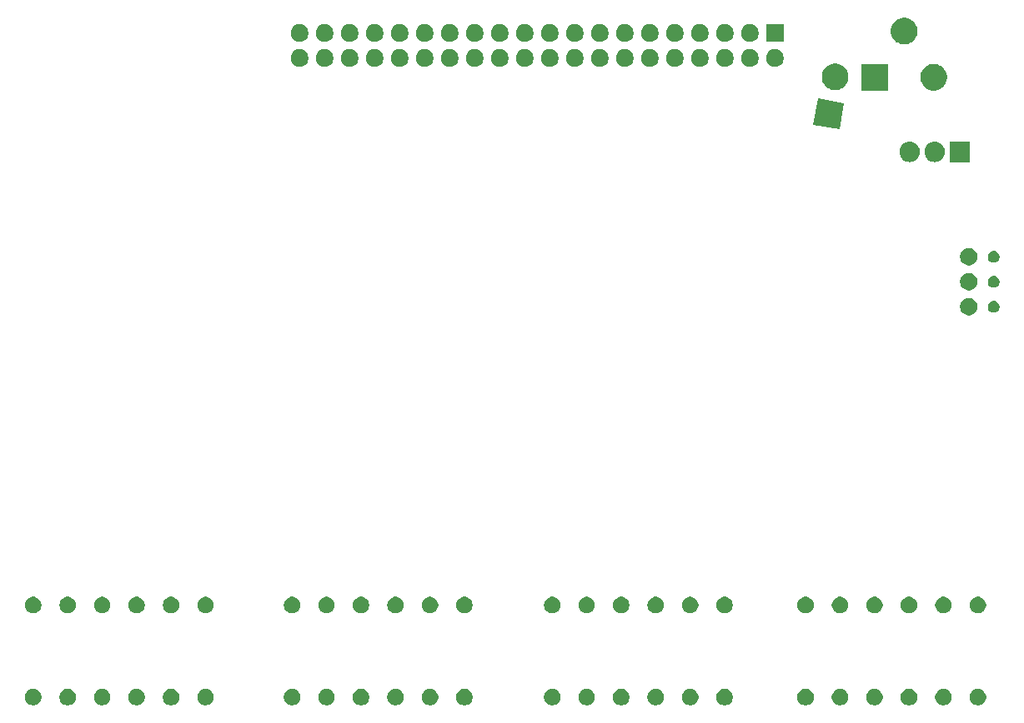
<source format=gbr>
G04 #@! TF.GenerationSoftware,KiCad,Pcbnew,5.1.5*
G04 #@! TF.CreationDate,2020-05-28T19:32:10-04:00*
G04 #@! TF.ProjectId,EVE-PCB-V4,4556452d-5043-4422-9d56-342e6b696361,rev?*
G04 #@! TF.SameCoordinates,Original*
G04 #@! TF.FileFunction,Soldermask,Bot*
G04 #@! TF.FilePolarity,Negative*
%FSLAX46Y46*%
G04 Gerber Fmt 4.6, Leading zero omitted, Abs format (unit mm)*
G04 Created by KiCad (PCBNEW 5.1.5) date 2020-05-28 19:32:10*
%MOMM*%
%LPD*%
G04 APERTURE LIST*
%ADD10C,0.100000*%
G04 APERTURE END LIST*
D10*
G36*
X121125927Y-104303723D02*
G01*
X121278524Y-104366930D01*
X121415858Y-104458694D01*
X121532652Y-104575488D01*
X121624416Y-104712822D01*
X121687623Y-104865419D01*
X121719846Y-105027414D01*
X121719846Y-105192586D01*
X121687623Y-105354581D01*
X121624416Y-105507178D01*
X121532652Y-105644512D01*
X121415858Y-105761306D01*
X121278524Y-105853070D01*
X121125927Y-105916277D01*
X120963932Y-105948500D01*
X120798760Y-105948500D01*
X120636765Y-105916277D01*
X120484168Y-105853070D01*
X120346834Y-105761306D01*
X120230040Y-105644512D01*
X120138276Y-105507178D01*
X120075069Y-105354581D01*
X120042846Y-105192586D01*
X120042846Y-105027414D01*
X120075069Y-104865419D01*
X120138276Y-104712822D01*
X120230040Y-104575488D01*
X120346834Y-104458694D01*
X120484168Y-104366930D01*
X120636765Y-104303723D01*
X120798760Y-104271500D01*
X120963932Y-104271500D01*
X121125927Y-104303723D01*
G37*
G36*
X173259427Y-104303723D02*
G01*
X173412024Y-104366930D01*
X173549358Y-104458694D01*
X173666152Y-104575488D01*
X173757916Y-104712822D01*
X173821123Y-104865419D01*
X173853346Y-105027414D01*
X173853346Y-105192586D01*
X173821123Y-105354581D01*
X173757916Y-105507178D01*
X173666152Y-105644512D01*
X173549358Y-105761306D01*
X173412024Y-105853070D01*
X173259427Y-105916277D01*
X173097432Y-105948500D01*
X172932260Y-105948500D01*
X172770265Y-105916277D01*
X172617668Y-105853070D01*
X172480334Y-105761306D01*
X172363540Y-105644512D01*
X172271776Y-105507178D01*
X172208569Y-105354581D01*
X172176346Y-105192586D01*
X172176346Y-105027414D01*
X172208569Y-104865419D01*
X172271776Y-104712822D01*
X172363540Y-104575488D01*
X172480334Y-104458694D01*
X172617668Y-104366930D01*
X172770265Y-104303723D01*
X172932260Y-104271500D01*
X173097432Y-104271500D01*
X173259427Y-104303723D01*
G37*
G36*
X117625927Y-104303723D02*
G01*
X117778524Y-104366930D01*
X117915858Y-104458694D01*
X118032652Y-104575488D01*
X118124416Y-104712822D01*
X118187623Y-104865419D01*
X118219846Y-105027414D01*
X118219846Y-105192586D01*
X118187623Y-105354581D01*
X118124416Y-105507178D01*
X118032652Y-105644512D01*
X117915858Y-105761306D01*
X117778524Y-105853070D01*
X117625927Y-105916277D01*
X117463932Y-105948500D01*
X117298760Y-105948500D01*
X117136765Y-105916277D01*
X116984168Y-105853070D01*
X116846834Y-105761306D01*
X116730040Y-105644512D01*
X116638276Y-105507178D01*
X116575069Y-105354581D01*
X116542846Y-105192586D01*
X116542846Y-105027414D01*
X116575069Y-104865419D01*
X116638276Y-104712822D01*
X116730040Y-104575488D01*
X116846834Y-104458694D01*
X116984168Y-104366930D01*
X117136765Y-104303723D01*
X117298760Y-104271500D01*
X117463932Y-104271500D01*
X117625927Y-104303723D01*
G37*
G36*
X108836927Y-104303723D02*
G01*
X108989524Y-104366930D01*
X109126858Y-104458694D01*
X109243652Y-104575488D01*
X109335416Y-104712822D01*
X109398623Y-104865419D01*
X109430846Y-105027414D01*
X109430846Y-105192586D01*
X109398623Y-105354581D01*
X109335416Y-105507178D01*
X109243652Y-105644512D01*
X109126858Y-105761306D01*
X108989524Y-105853070D01*
X108836927Y-105916277D01*
X108674932Y-105948500D01*
X108509760Y-105948500D01*
X108347765Y-105916277D01*
X108195168Y-105853070D01*
X108057834Y-105761306D01*
X107941040Y-105644512D01*
X107849276Y-105507178D01*
X107786069Y-105354581D01*
X107753846Y-105192586D01*
X107753846Y-105027414D01*
X107786069Y-104865419D01*
X107849276Y-104712822D01*
X107941040Y-104575488D01*
X108057834Y-104458694D01*
X108195168Y-104366930D01*
X108347765Y-104303723D01*
X108509760Y-104271500D01*
X108674932Y-104271500D01*
X108836927Y-104303723D01*
G37*
G36*
X105336927Y-104303723D02*
G01*
X105489524Y-104366930D01*
X105626858Y-104458694D01*
X105743652Y-104575488D01*
X105835416Y-104712822D01*
X105898623Y-104865419D01*
X105930846Y-105027414D01*
X105930846Y-105192586D01*
X105898623Y-105354581D01*
X105835416Y-105507178D01*
X105743652Y-105644512D01*
X105626858Y-105761306D01*
X105489524Y-105853070D01*
X105336927Y-105916277D01*
X105174932Y-105948500D01*
X105009760Y-105948500D01*
X104847765Y-105916277D01*
X104695168Y-105853070D01*
X104557834Y-105761306D01*
X104441040Y-105644512D01*
X104349276Y-105507178D01*
X104286069Y-105354581D01*
X104253846Y-105192586D01*
X104253846Y-105027414D01*
X104286069Y-104865419D01*
X104349276Y-104712822D01*
X104441040Y-104575488D01*
X104557834Y-104458694D01*
X104695168Y-104366930D01*
X104847765Y-104303723D01*
X105009760Y-104271500D01*
X105174932Y-104271500D01*
X105336927Y-104303723D01*
G37*
G36*
X101836927Y-104303723D02*
G01*
X101989524Y-104366930D01*
X102126858Y-104458694D01*
X102243652Y-104575488D01*
X102335416Y-104712822D01*
X102398623Y-104865419D01*
X102430846Y-105027414D01*
X102430846Y-105192586D01*
X102398623Y-105354581D01*
X102335416Y-105507178D01*
X102243652Y-105644512D01*
X102126858Y-105761306D01*
X101989524Y-105853070D01*
X101836927Y-105916277D01*
X101674932Y-105948500D01*
X101509760Y-105948500D01*
X101347765Y-105916277D01*
X101195168Y-105853070D01*
X101057834Y-105761306D01*
X100941040Y-105644512D01*
X100849276Y-105507178D01*
X100786069Y-105354581D01*
X100753846Y-105192586D01*
X100753846Y-105027414D01*
X100786069Y-104865419D01*
X100849276Y-104712822D01*
X100941040Y-104575488D01*
X101057834Y-104458694D01*
X101195168Y-104366930D01*
X101347765Y-104303723D01*
X101509760Y-104271500D01*
X101674932Y-104271500D01*
X101836927Y-104303723D01*
G37*
G36*
X98336927Y-104303723D02*
G01*
X98489524Y-104366930D01*
X98626858Y-104458694D01*
X98743652Y-104575488D01*
X98835416Y-104712822D01*
X98898623Y-104865419D01*
X98930846Y-105027414D01*
X98930846Y-105192586D01*
X98898623Y-105354581D01*
X98835416Y-105507178D01*
X98743652Y-105644512D01*
X98626858Y-105761306D01*
X98489524Y-105853070D01*
X98336927Y-105916277D01*
X98174932Y-105948500D01*
X98009760Y-105948500D01*
X97847765Y-105916277D01*
X97695168Y-105853070D01*
X97557834Y-105761306D01*
X97441040Y-105644512D01*
X97349276Y-105507178D01*
X97286069Y-105354581D01*
X97253846Y-105192586D01*
X97253846Y-105027414D01*
X97286069Y-104865419D01*
X97349276Y-104712822D01*
X97441040Y-104575488D01*
X97557834Y-104458694D01*
X97695168Y-104366930D01*
X97847765Y-104303723D01*
X98009760Y-104271500D01*
X98174932Y-104271500D01*
X98336927Y-104303723D01*
G37*
G36*
X94836927Y-104303723D02*
G01*
X94989524Y-104366930D01*
X95126858Y-104458694D01*
X95243652Y-104575488D01*
X95335416Y-104712822D01*
X95398623Y-104865419D01*
X95430846Y-105027414D01*
X95430846Y-105192586D01*
X95398623Y-105354581D01*
X95335416Y-105507178D01*
X95243652Y-105644512D01*
X95126858Y-105761306D01*
X94989524Y-105853070D01*
X94836927Y-105916277D01*
X94674932Y-105948500D01*
X94509760Y-105948500D01*
X94347765Y-105916277D01*
X94195168Y-105853070D01*
X94057834Y-105761306D01*
X93941040Y-105644512D01*
X93849276Y-105507178D01*
X93786069Y-105354581D01*
X93753846Y-105192586D01*
X93753846Y-105027414D01*
X93786069Y-104865419D01*
X93849276Y-104712822D01*
X93941040Y-104575488D01*
X94057834Y-104458694D01*
X94195168Y-104366930D01*
X94347765Y-104303723D01*
X94509760Y-104271500D01*
X94674932Y-104271500D01*
X94836927Y-104303723D01*
G37*
G36*
X91336927Y-104303723D02*
G01*
X91489524Y-104366930D01*
X91626858Y-104458694D01*
X91743652Y-104575488D01*
X91835416Y-104712822D01*
X91898623Y-104865419D01*
X91930846Y-105027414D01*
X91930846Y-105192586D01*
X91898623Y-105354581D01*
X91835416Y-105507178D01*
X91743652Y-105644512D01*
X91626858Y-105761306D01*
X91489524Y-105853070D01*
X91336927Y-105916277D01*
X91174932Y-105948500D01*
X91009760Y-105948500D01*
X90847765Y-105916277D01*
X90695168Y-105853070D01*
X90557834Y-105761306D01*
X90441040Y-105644512D01*
X90349276Y-105507178D01*
X90286069Y-105354581D01*
X90253846Y-105192586D01*
X90253846Y-105027414D01*
X90286069Y-104865419D01*
X90349276Y-104712822D01*
X90441040Y-104575488D01*
X90557834Y-104458694D01*
X90695168Y-104366930D01*
X90847765Y-104303723D01*
X91009760Y-104271500D01*
X91174932Y-104271500D01*
X91336927Y-104303723D01*
G37*
G36*
X187259427Y-104303723D02*
G01*
X187412024Y-104366930D01*
X187549358Y-104458694D01*
X187666152Y-104575488D01*
X187757916Y-104712822D01*
X187821123Y-104865419D01*
X187853346Y-105027414D01*
X187853346Y-105192586D01*
X187821123Y-105354581D01*
X187757916Y-105507178D01*
X187666152Y-105644512D01*
X187549358Y-105761306D01*
X187412024Y-105853070D01*
X187259427Y-105916277D01*
X187097432Y-105948500D01*
X186932260Y-105948500D01*
X186770265Y-105916277D01*
X186617668Y-105853070D01*
X186480334Y-105761306D01*
X186363540Y-105644512D01*
X186271776Y-105507178D01*
X186208569Y-105354581D01*
X186176346Y-105192586D01*
X186176346Y-105027414D01*
X186208569Y-104865419D01*
X186271776Y-104712822D01*
X186363540Y-104575488D01*
X186480334Y-104458694D01*
X186617668Y-104366930D01*
X186770265Y-104303723D01*
X186932260Y-104271500D01*
X187097432Y-104271500D01*
X187259427Y-104303723D01*
G37*
G36*
X183759427Y-104303723D02*
G01*
X183912024Y-104366930D01*
X184049358Y-104458694D01*
X184166152Y-104575488D01*
X184257916Y-104712822D01*
X184321123Y-104865419D01*
X184353346Y-105027414D01*
X184353346Y-105192586D01*
X184321123Y-105354581D01*
X184257916Y-105507178D01*
X184166152Y-105644512D01*
X184049358Y-105761306D01*
X183912024Y-105853070D01*
X183759427Y-105916277D01*
X183597432Y-105948500D01*
X183432260Y-105948500D01*
X183270265Y-105916277D01*
X183117668Y-105853070D01*
X182980334Y-105761306D01*
X182863540Y-105644512D01*
X182771776Y-105507178D01*
X182708569Y-105354581D01*
X182676346Y-105192586D01*
X182676346Y-105027414D01*
X182708569Y-104865419D01*
X182771776Y-104712822D01*
X182863540Y-104575488D01*
X182980334Y-104458694D01*
X183117668Y-104366930D01*
X183270265Y-104303723D01*
X183432260Y-104271500D01*
X183597432Y-104271500D01*
X183759427Y-104303723D01*
G37*
G36*
X180259427Y-104303723D02*
G01*
X180412024Y-104366930D01*
X180549358Y-104458694D01*
X180666152Y-104575488D01*
X180757916Y-104712822D01*
X180821123Y-104865419D01*
X180853346Y-105027414D01*
X180853346Y-105192586D01*
X180821123Y-105354581D01*
X180757916Y-105507178D01*
X180666152Y-105644512D01*
X180549358Y-105761306D01*
X180412024Y-105853070D01*
X180259427Y-105916277D01*
X180097432Y-105948500D01*
X179932260Y-105948500D01*
X179770265Y-105916277D01*
X179617668Y-105853070D01*
X179480334Y-105761306D01*
X179363540Y-105644512D01*
X179271776Y-105507178D01*
X179208569Y-105354581D01*
X179176346Y-105192586D01*
X179176346Y-105027414D01*
X179208569Y-104865419D01*
X179271776Y-104712822D01*
X179363540Y-104575488D01*
X179480334Y-104458694D01*
X179617668Y-104366930D01*
X179770265Y-104303723D01*
X179932260Y-104271500D01*
X180097432Y-104271500D01*
X180259427Y-104303723D01*
G37*
G36*
X176759427Y-104303723D02*
G01*
X176912024Y-104366930D01*
X177049358Y-104458694D01*
X177166152Y-104575488D01*
X177257916Y-104712822D01*
X177321123Y-104865419D01*
X177353346Y-105027414D01*
X177353346Y-105192586D01*
X177321123Y-105354581D01*
X177257916Y-105507178D01*
X177166152Y-105644512D01*
X177049358Y-105761306D01*
X176912024Y-105853070D01*
X176759427Y-105916277D01*
X176597432Y-105948500D01*
X176432260Y-105948500D01*
X176270265Y-105916277D01*
X176117668Y-105853070D01*
X175980334Y-105761306D01*
X175863540Y-105644512D01*
X175771776Y-105507178D01*
X175708569Y-105354581D01*
X175676346Y-105192586D01*
X175676346Y-105027414D01*
X175708569Y-104865419D01*
X175771776Y-104712822D01*
X175863540Y-104575488D01*
X175980334Y-104458694D01*
X176117668Y-104366930D01*
X176270265Y-104303723D01*
X176432260Y-104271500D01*
X176597432Y-104271500D01*
X176759427Y-104303723D01*
G37*
G36*
X169759427Y-104303723D02*
G01*
X169912024Y-104366930D01*
X170049358Y-104458694D01*
X170166152Y-104575488D01*
X170257916Y-104712822D01*
X170321123Y-104865419D01*
X170353346Y-105027414D01*
X170353346Y-105192586D01*
X170321123Y-105354581D01*
X170257916Y-105507178D01*
X170166152Y-105644512D01*
X170049358Y-105761306D01*
X169912024Y-105853070D01*
X169759427Y-105916277D01*
X169597432Y-105948500D01*
X169432260Y-105948500D01*
X169270265Y-105916277D01*
X169117668Y-105853070D01*
X168980334Y-105761306D01*
X168863540Y-105644512D01*
X168771776Y-105507178D01*
X168708569Y-105354581D01*
X168676346Y-105192586D01*
X168676346Y-105027414D01*
X168708569Y-104865419D01*
X168771776Y-104712822D01*
X168863540Y-104575488D01*
X168980334Y-104458694D01*
X169117668Y-104366930D01*
X169270265Y-104303723D01*
X169432260Y-104271500D01*
X169597432Y-104271500D01*
X169759427Y-104303723D01*
G37*
G36*
X144041927Y-104303723D02*
G01*
X144194524Y-104366930D01*
X144331858Y-104458694D01*
X144448652Y-104575488D01*
X144540416Y-104712822D01*
X144603623Y-104865419D01*
X144635846Y-105027414D01*
X144635846Y-105192586D01*
X144603623Y-105354581D01*
X144540416Y-105507178D01*
X144448652Y-105644512D01*
X144331858Y-105761306D01*
X144194524Y-105853070D01*
X144041927Y-105916277D01*
X143879932Y-105948500D01*
X143714760Y-105948500D01*
X143552765Y-105916277D01*
X143400168Y-105853070D01*
X143262834Y-105761306D01*
X143146040Y-105644512D01*
X143054276Y-105507178D01*
X142991069Y-105354581D01*
X142958846Y-105192586D01*
X142958846Y-105027414D01*
X142991069Y-104865419D01*
X143054276Y-104712822D01*
X143146040Y-104575488D01*
X143262834Y-104458694D01*
X143400168Y-104366930D01*
X143552765Y-104303723D01*
X143714760Y-104271500D01*
X143879932Y-104271500D01*
X144041927Y-104303723D01*
G37*
G36*
X124625927Y-104303723D02*
G01*
X124778524Y-104366930D01*
X124915858Y-104458694D01*
X125032652Y-104575488D01*
X125124416Y-104712822D01*
X125187623Y-104865419D01*
X125219846Y-105027414D01*
X125219846Y-105192586D01*
X125187623Y-105354581D01*
X125124416Y-105507178D01*
X125032652Y-105644512D01*
X124915858Y-105761306D01*
X124778524Y-105853070D01*
X124625927Y-105916277D01*
X124463932Y-105948500D01*
X124298760Y-105948500D01*
X124136765Y-105916277D01*
X123984168Y-105853070D01*
X123846834Y-105761306D01*
X123730040Y-105644512D01*
X123638276Y-105507178D01*
X123575069Y-105354581D01*
X123542846Y-105192586D01*
X123542846Y-105027414D01*
X123575069Y-104865419D01*
X123638276Y-104712822D01*
X123730040Y-104575488D01*
X123846834Y-104458694D01*
X123984168Y-104366930D01*
X124136765Y-104303723D01*
X124298760Y-104271500D01*
X124463932Y-104271500D01*
X124625927Y-104303723D01*
G37*
G36*
X128125927Y-104303723D02*
G01*
X128278524Y-104366930D01*
X128415858Y-104458694D01*
X128532652Y-104575488D01*
X128624416Y-104712822D01*
X128687623Y-104865419D01*
X128719846Y-105027414D01*
X128719846Y-105192586D01*
X128687623Y-105354581D01*
X128624416Y-105507178D01*
X128532652Y-105644512D01*
X128415858Y-105761306D01*
X128278524Y-105853070D01*
X128125927Y-105916277D01*
X127963932Y-105948500D01*
X127798760Y-105948500D01*
X127636765Y-105916277D01*
X127484168Y-105853070D01*
X127346834Y-105761306D01*
X127230040Y-105644512D01*
X127138276Y-105507178D01*
X127075069Y-105354581D01*
X127042846Y-105192586D01*
X127042846Y-105027414D01*
X127075069Y-104865419D01*
X127138276Y-104712822D01*
X127230040Y-104575488D01*
X127346834Y-104458694D01*
X127484168Y-104366930D01*
X127636765Y-104303723D01*
X127798760Y-104271500D01*
X127963932Y-104271500D01*
X128125927Y-104303723D01*
G37*
G36*
X131625927Y-104303723D02*
G01*
X131778524Y-104366930D01*
X131915858Y-104458694D01*
X132032652Y-104575488D01*
X132124416Y-104712822D01*
X132187623Y-104865419D01*
X132219846Y-105027414D01*
X132219846Y-105192586D01*
X132187623Y-105354581D01*
X132124416Y-105507178D01*
X132032652Y-105644512D01*
X131915858Y-105761306D01*
X131778524Y-105853070D01*
X131625927Y-105916277D01*
X131463932Y-105948500D01*
X131298760Y-105948500D01*
X131136765Y-105916277D01*
X130984168Y-105853070D01*
X130846834Y-105761306D01*
X130730040Y-105644512D01*
X130638276Y-105507178D01*
X130575069Y-105354581D01*
X130542846Y-105192586D01*
X130542846Y-105027414D01*
X130575069Y-104865419D01*
X130638276Y-104712822D01*
X130730040Y-104575488D01*
X130846834Y-104458694D01*
X130984168Y-104366930D01*
X131136765Y-104303723D01*
X131298760Y-104271500D01*
X131463932Y-104271500D01*
X131625927Y-104303723D01*
G37*
G36*
X135125927Y-104303723D02*
G01*
X135278524Y-104366930D01*
X135415858Y-104458694D01*
X135532652Y-104575488D01*
X135624416Y-104712822D01*
X135687623Y-104865419D01*
X135719846Y-105027414D01*
X135719846Y-105192586D01*
X135687623Y-105354581D01*
X135624416Y-105507178D01*
X135532652Y-105644512D01*
X135415858Y-105761306D01*
X135278524Y-105853070D01*
X135125927Y-105916277D01*
X134963932Y-105948500D01*
X134798760Y-105948500D01*
X134636765Y-105916277D01*
X134484168Y-105853070D01*
X134346834Y-105761306D01*
X134230040Y-105644512D01*
X134138276Y-105507178D01*
X134075069Y-105354581D01*
X134042846Y-105192586D01*
X134042846Y-105027414D01*
X134075069Y-104865419D01*
X134138276Y-104712822D01*
X134230040Y-104575488D01*
X134346834Y-104458694D01*
X134484168Y-104366930D01*
X134636765Y-104303723D01*
X134798760Y-104271500D01*
X134963932Y-104271500D01*
X135125927Y-104303723D01*
G37*
G36*
X147541927Y-104303723D02*
G01*
X147694524Y-104366930D01*
X147831858Y-104458694D01*
X147948652Y-104575488D01*
X148040416Y-104712822D01*
X148103623Y-104865419D01*
X148135846Y-105027414D01*
X148135846Y-105192586D01*
X148103623Y-105354581D01*
X148040416Y-105507178D01*
X147948652Y-105644512D01*
X147831858Y-105761306D01*
X147694524Y-105853070D01*
X147541927Y-105916277D01*
X147379932Y-105948500D01*
X147214760Y-105948500D01*
X147052765Y-105916277D01*
X146900168Y-105853070D01*
X146762834Y-105761306D01*
X146646040Y-105644512D01*
X146554276Y-105507178D01*
X146491069Y-105354581D01*
X146458846Y-105192586D01*
X146458846Y-105027414D01*
X146491069Y-104865419D01*
X146554276Y-104712822D01*
X146646040Y-104575488D01*
X146762834Y-104458694D01*
X146900168Y-104366930D01*
X147052765Y-104303723D01*
X147214760Y-104271500D01*
X147379932Y-104271500D01*
X147541927Y-104303723D01*
G37*
G36*
X151041927Y-104303723D02*
G01*
X151194524Y-104366930D01*
X151331858Y-104458694D01*
X151448652Y-104575488D01*
X151540416Y-104712822D01*
X151603623Y-104865419D01*
X151635846Y-105027414D01*
X151635846Y-105192586D01*
X151603623Y-105354581D01*
X151540416Y-105507178D01*
X151448652Y-105644512D01*
X151331858Y-105761306D01*
X151194524Y-105853070D01*
X151041927Y-105916277D01*
X150879932Y-105948500D01*
X150714760Y-105948500D01*
X150552765Y-105916277D01*
X150400168Y-105853070D01*
X150262834Y-105761306D01*
X150146040Y-105644512D01*
X150054276Y-105507178D01*
X149991069Y-105354581D01*
X149958846Y-105192586D01*
X149958846Y-105027414D01*
X149991069Y-104865419D01*
X150054276Y-104712822D01*
X150146040Y-104575488D01*
X150262834Y-104458694D01*
X150400168Y-104366930D01*
X150552765Y-104303723D01*
X150714760Y-104271500D01*
X150879932Y-104271500D01*
X151041927Y-104303723D01*
G37*
G36*
X154541927Y-104303723D02*
G01*
X154694524Y-104366930D01*
X154831858Y-104458694D01*
X154948652Y-104575488D01*
X155040416Y-104712822D01*
X155103623Y-104865419D01*
X155135846Y-105027414D01*
X155135846Y-105192586D01*
X155103623Y-105354581D01*
X155040416Y-105507178D01*
X154948652Y-105644512D01*
X154831858Y-105761306D01*
X154694524Y-105853070D01*
X154541927Y-105916277D01*
X154379932Y-105948500D01*
X154214760Y-105948500D01*
X154052765Y-105916277D01*
X153900168Y-105853070D01*
X153762834Y-105761306D01*
X153646040Y-105644512D01*
X153554276Y-105507178D01*
X153491069Y-105354581D01*
X153458846Y-105192586D01*
X153458846Y-105027414D01*
X153491069Y-104865419D01*
X153554276Y-104712822D01*
X153646040Y-104575488D01*
X153762834Y-104458694D01*
X153900168Y-104366930D01*
X154052765Y-104303723D01*
X154214760Y-104271500D01*
X154379932Y-104271500D01*
X154541927Y-104303723D01*
G37*
G36*
X158041927Y-104303723D02*
G01*
X158194524Y-104366930D01*
X158331858Y-104458694D01*
X158448652Y-104575488D01*
X158540416Y-104712822D01*
X158603623Y-104865419D01*
X158635846Y-105027414D01*
X158635846Y-105192586D01*
X158603623Y-105354581D01*
X158540416Y-105507178D01*
X158448652Y-105644512D01*
X158331858Y-105761306D01*
X158194524Y-105853070D01*
X158041927Y-105916277D01*
X157879932Y-105948500D01*
X157714760Y-105948500D01*
X157552765Y-105916277D01*
X157400168Y-105853070D01*
X157262834Y-105761306D01*
X157146040Y-105644512D01*
X157054276Y-105507178D01*
X156991069Y-105354581D01*
X156958846Y-105192586D01*
X156958846Y-105027414D01*
X156991069Y-104865419D01*
X157054276Y-104712822D01*
X157146040Y-104575488D01*
X157262834Y-104458694D01*
X157400168Y-104366930D01*
X157552765Y-104303723D01*
X157714760Y-104271500D01*
X157879932Y-104271500D01*
X158041927Y-104303723D01*
G37*
G36*
X161541927Y-104303723D02*
G01*
X161694524Y-104366930D01*
X161831858Y-104458694D01*
X161948652Y-104575488D01*
X162040416Y-104712822D01*
X162103623Y-104865419D01*
X162135846Y-105027414D01*
X162135846Y-105192586D01*
X162103623Y-105354581D01*
X162040416Y-105507178D01*
X161948652Y-105644512D01*
X161831858Y-105761306D01*
X161694524Y-105853070D01*
X161541927Y-105916277D01*
X161379932Y-105948500D01*
X161214760Y-105948500D01*
X161052765Y-105916277D01*
X160900168Y-105853070D01*
X160762834Y-105761306D01*
X160646040Y-105644512D01*
X160554276Y-105507178D01*
X160491069Y-105354581D01*
X160458846Y-105192586D01*
X160458846Y-105027414D01*
X160491069Y-104865419D01*
X160554276Y-104712822D01*
X160646040Y-104575488D01*
X160762834Y-104458694D01*
X160900168Y-104366930D01*
X161052765Y-104303723D01*
X161214760Y-104271500D01*
X161379932Y-104271500D01*
X161541927Y-104303723D01*
G37*
G36*
X128125927Y-94953723D02*
G01*
X128278524Y-95016930D01*
X128415858Y-95108694D01*
X128532652Y-95225488D01*
X128624416Y-95362822D01*
X128687623Y-95515419D01*
X128719846Y-95677414D01*
X128719846Y-95842586D01*
X128687623Y-96004581D01*
X128624416Y-96157178D01*
X128532652Y-96294512D01*
X128415858Y-96411306D01*
X128278524Y-96503070D01*
X128125927Y-96566277D01*
X127963932Y-96598500D01*
X127798760Y-96598500D01*
X127636765Y-96566277D01*
X127484168Y-96503070D01*
X127346834Y-96411306D01*
X127230040Y-96294512D01*
X127138276Y-96157178D01*
X127075069Y-96004581D01*
X127042846Y-95842586D01*
X127042846Y-95677414D01*
X127075069Y-95515419D01*
X127138276Y-95362822D01*
X127230040Y-95225488D01*
X127346834Y-95108694D01*
X127484168Y-95016930D01*
X127636765Y-94953723D01*
X127798760Y-94921500D01*
X127963932Y-94921500D01*
X128125927Y-94953723D01*
G37*
G36*
X176759427Y-94953723D02*
G01*
X176912024Y-95016930D01*
X177049358Y-95108694D01*
X177166152Y-95225488D01*
X177257916Y-95362822D01*
X177321123Y-95515419D01*
X177353346Y-95677414D01*
X177353346Y-95842586D01*
X177321123Y-96004581D01*
X177257916Y-96157178D01*
X177166152Y-96294512D01*
X177049358Y-96411306D01*
X176912024Y-96503070D01*
X176759427Y-96566277D01*
X176597432Y-96598500D01*
X176432260Y-96598500D01*
X176270265Y-96566277D01*
X176117668Y-96503070D01*
X175980334Y-96411306D01*
X175863540Y-96294512D01*
X175771776Y-96157178D01*
X175708569Y-96004581D01*
X175676346Y-95842586D01*
X175676346Y-95677414D01*
X175708569Y-95515419D01*
X175771776Y-95362822D01*
X175863540Y-95225488D01*
X175980334Y-95108694D01*
X176117668Y-95016930D01*
X176270265Y-94953723D01*
X176432260Y-94921500D01*
X176597432Y-94921500D01*
X176759427Y-94953723D01*
G37*
G36*
X135125927Y-94953723D02*
G01*
X135278524Y-95016930D01*
X135415858Y-95108694D01*
X135532652Y-95225488D01*
X135624416Y-95362822D01*
X135687623Y-95515419D01*
X135719846Y-95677414D01*
X135719846Y-95842586D01*
X135687623Y-96004581D01*
X135624416Y-96157178D01*
X135532652Y-96294512D01*
X135415858Y-96411306D01*
X135278524Y-96503070D01*
X135125927Y-96566277D01*
X134963932Y-96598500D01*
X134798760Y-96598500D01*
X134636765Y-96566277D01*
X134484168Y-96503070D01*
X134346834Y-96411306D01*
X134230040Y-96294512D01*
X134138276Y-96157178D01*
X134075069Y-96004581D01*
X134042846Y-95842586D01*
X134042846Y-95677414D01*
X134075069Y-95515419D01*
X134138276Y-95362822D01*
X134230040Y-95225488D01*
X134346834Y-95108694D01*
X134484168Y-95016930D01*
X134636765Y-94953723D01*
X134798760Y-94921500D01*
X134963932Y-94921500D01*
X135125927Y-94953723D01*
G37*
G36*
X180259427Y-94953723D02*
G01*
X180412024Y-95016930D01*
X180549358Y-95108694D01*
X180666152Y-95225488D01*
X180757916Y-95362822D01*
X180821123Y-95515419D01*
X180853346Y-95677414D01*
X180853346Y-95842586D01*
X180821123Y-96004581D01*
X180757916Y-96157178D01*
X180666152Y-96294512D01*
X180549358Y-96411306D01*
X180412024Y-96503070D01*
X180259427Y-96566277D01*
X180097432Y-96598500D01*
X179932260Y-96598500D01*
X179770265Y-96566277D01*
X179617668Y-96503070D01*
X179480334Y-96411306D01*
X179363540Y-96294512D01*
X179271776Y-96157178D01*
X179208569Y-96004581D01*
X179176346Y-95842586D01*
X179176346Y-95677414D01*
X179208569Y-95515419D01*
X179271776Y-95362822D01*
X179363540Y-95225488D01*
X179480334Y-95108694D01*
X179617668Y-95016930D01*
X179770265Y-94953723D01*
X179932260Y-94921500D01*
X180097432Y-94921500D01*
X180259427Y-94953723D01*
G37*
G36*
X173259427Y-94953723D02*
G01*
X173412024Y-95016930D01*
X173549358Y-95108694D01*
X173666152Y-95225488D01*
X173757916Y-95362822D01*
X173821123Y-95515419D01*
X173853346Y-95677414D01*
X173853346Y-95842586D01*
X173821123Y-96004581D01*
X173757916Y-96157178D01*
X173666152Y-96294512D01*
X173549358Y-96411306D01*
X173412024Y-96503070D01*
X173259427Y-96566277D01*
X173097432Y-96598500D01*
X172932260Y-96598500D01*
X172770265Y-96566277D01*
X172617668Y-96503070D01*
X172480334Y-96411306D01*
X172363540Y-96294512D01*
X172271776Y-96157178D01*
X172208569Y-96004581D01*
X172176346Y-95842586D01*
X172176346Y-95677414D01*
X172208569Y-95515419D01*
X172271776Y-95362822D01*
X172363540Y-95225488D01*
X172480334Y-95108694D01*
X172617668Y-95016930D01*
X172770265Y-94953723D01*
X172932260Y-94921500D01*
X173097432Y-94921500D01*
X173259427Y-94953723D01*
G37*
G36*
X108836927Y-94953723D02*
G01*
X108989524Y-95016930D01*
X109126858Y-95108694D01*
X109243652Y-95225488D01*
X109335416Y-95362822D01*
X109398623Y-95515419D01*
X109430846Y-95677414D01*
X109430846Y-95842586D01*
X109398623Y-96004581D01*
X109335416Y-96157178D01*
X109243652Y-96294512D01*
X109126858Y-96411306D01*
X108989524Y-96503070D01*
X108836927Y-96566277D01*
X108674932Y-96598500D01*
X108509760Y-96598500D01*
X108347765Y-96566277D01*
X108195168Y-96503070D01*
X108057834Y-96411306D01*
X107941040Y-96294512D01*
X107849276Y-96157178D01*
X107786069Y-96004581D01*
X107753846Y-95842586D01*
X107753846Y-95677414D01*
X107786069Y-95515419D01*
X107849276Y-95362822D01*
X107941040Y-95225488D01*
X108057834Y-95108694D01*
X108195168Y-95016930D01*
X108347765Y-94953723D01*
X108509760Y-94921500D01*
X108674932Y-94921500D01*
X108836927Y-94953723D01*
G37*
G36*
X169759427Y-94953723D02*
G01*
X169912024Y-95016930D01*
X170049358Y-95108694D01*
X170166152Y-95225488D01*
X170257916Y-95362822D01*
X170321123Y-95515419D01*
X170353346Y-95677414D01*
X170353346Y-95842586D01*
X170321123Y-96004581D01*
X170257916Y-96157178D01*
X170166152Y-96294512D01*
X170049358Y-96411306D01*
X169912024Y-96503070D01*
X169759427Y-96566277D01*
X169597432Y-96598500D01*
X169432260Y-96598500D01*
X169270265Y-96566277D01*
X169117668Y-96503070D01*
X168980334Y-96411306D01*
X168863540Y-96294512D01*
X168771776Y-96157178D01*
X168708569Y-96004581D01*
X168676346Y-95842586D01*
X168676346Y-95677414D01*
X168708569Y-95515419D01*
X168771776Y-95362822D01*
X168863540Y-95225488D01*
X168980334Y-95108694D01*
X169117668Y-95016930D01*
X169270265Y-94953723D01*
X169432260Y-94921500D01*
X169597432Y-94921500D01*
X169759427Y-94953723D01*
G37*
G36*
X144041927Y-94953723D02*
G01*
X144194524Y-95016930D01*
X144331858Y-95108694D01*
X144448652Y-95225488D01*
X144540416Y-95362822D01*
X144603623Y-95515419D01*
X144635846Y-95677414D01*
X144635846Y-95842586D01*
X144603623Y-96004581D01*
X144540416Y-96157178D01*
X144448652Y-96294512D01*
X144331858Y-96411306D01*
X144194524Y-96503070D01*
X144041927Y-96566277D01*
X143879932Y-96598500D01*
X143714760Y-96598500D01*
X143552765Y-96566277D01*
X143400168Y-96503070D01*
X143262834Y-96411306D01*
X143146040Y-96294512D01*
X143054276Y-96157178D01*
X142991069Y-96004581D01*
X142958846Y-95842586D01*
X142958846Y-95677414D01*
X142991069Y-95515419D01*
X143054276Y-95362822D01*
X143146040Y-95225488D01*
X143262834Y-95108694D01*
X143400168Y-95016930D01*
X143552765Y-94953723D01*
X143714760Y-94921500D01*
X143879932Y-94921500D01*
X144041927Y-94953723D01*
G37*
G36*
X161541927Y-94953723D02*
G01*
X161694524Y-95016930D01*
X161831858Y-95108694D01*
X161948652Y-95225488D01*
X162040416Y-95362822D01*
X162103623Y-95515419D01*
X162135846Y-95677414D01*
X162135846Y-95842586D01*
X162103623Y-96004581D01*
X162040416Y-96157178D01*
X161948652Y-96294512D01*
X161831858Y-96411306D01*
X161694524Y-96503070D01*
X161541927Y-96566277D01*
X161379932Y-96598500D01*
X161214760Y-96598500D01*
X161052765Y-96566277D01*
X160900168Y-96503070D01*
X160762834Y-96411306D01*
X160646040Y-96294512D01*
X160554276Y-96157178D01*
X160491069Y-96004581D01*
X160458846Y-95842586D01*
X160458846Y-95677414D01*
X160491069Y-95515419D01*
X160554276Y-95362822D01*
X160646040Y-95225488D01*
X160762834Y-95108694D01*
X160900168Y-95016930D01*
X161052765Y-94953723D01*
X161214760Y-94921500D01*
X161379932Y-94921500D01*
X161541927Y-94953723D01*
G37*
G36*
X158041927Y-94953723D02*
G01*
X158194524Y-95016930D01*
X158331858Y-95108694D01*
X158448652Y-95225488D01*
X158540416Y-95362822D01*
X158603623Y-95515419D01*
X158635846Y-95677414D01*
X158635846Y-95842586D01*
X158603623Y-96004581D01*
X158540416Y-96157178D01*
X158448652Y-96294512D01*
X158331858Y-96411306D01*
X158194524Y-96503070D01*
X158041927Y-96566277D01*
X157879932Y-96598500D01*
X157714760Y-96598500D01*
X157552765Y-96566277D01*
X157400168Y-96503070D01*
X157262834Y-96411306D01*
X157146040Y-96294512D01*
X157054276Y-96157178D01*
X156991069Y-96004581D01*
X156958846Y-95842586D01*
X156958846Y-95677414D01*
X156991069Y-95515419D01*
X157054276Y-95362822D01*
X157146040Y-95225488D01*
X157262834Y-95108694D01*
X157400168Y-95016930D01*
X157552765Y-94953723D01*
X157714760Y-94921500D01*
X157879932Y-94921500D01*
X158041927Y-94953723D01*
G37*
G36*
X147541927Y-94953723D02*
G01*
X147694524Y-95016930D01*
X147831858Y-95108694D01*
X147948652Y-95225488D01*
X148040416Y-95362822D01*
X148103623Y-95515419D01*
X148135846Y-95677414D01*
X148135846Y-95842586D01*
X148103623Y-96004581D01*
X148040416Y-96157178D01*
X147948652Y-96294512D01*
X147831858Y-96411306D01*
X147694524Y-96503070D01*
X147541927Y-96566277D01*
X147379932Y-96598500D01*
X147214760Y-96598500D01*
X147052765Y-96566277D01*
X146900168Y-96503070D01*
X146762834Y-96411306D01*
X146646040Y-96294512D01*
X146554276Y-96157178D01*
X146491069Y-96004581D01*
X146458846Y-95842586D01*
X146458846Y-95677414D01*
X146491069Y-95515419D01*
X146554276Y-95362822D01*
X146646040Y-95225488D01*
X146762834Y-95108694D01*
X146900168Y-95016930D01*
X147052765Y-94953723D01*
X147214760Y-94921500D01*
X147379932Y-94921500D01*
X147541927Y-94953723D01*
G37*
G36*
X154541927Y-94953723D02*
G01*
X154694524Y-95016930D01*
X154831858Y-95108694D01*
X154948652Y-95225488D01*
X155040416Y-95362822D01*
X155103623Y-95515419D01*
X155135846Y-95677414D01*
X155135846Y-95842586D01*
X155103623Y-96004581D01*
X155040416Y-96157178D01*
X154948652Y-96294512D01*
X154831858Y-96411306D01*
X154694524Y-96503070D01*
X154541927Y-96566277D01*
X154379932Y-96598500D01*
X154214760Y-96598500D01*
X154052765Y-96566277D01*
X153900168Y-96503070D01*
X153762834Y-96411306D01*
X153646040Y-96294512D01*
X153554276Y-96157178D01*
X153491069Y-96004581D01*
X153458846Y-95842586D01*
X153458846Y-95677414D01*
X153491069Y-95515419D01*
X153554276Y-95362822D01*
X153646040Y-95225488D01*
X153762834Y-95108694D01*
X153900168Y-95016930D01*
X154052765Y-94953723D01*
X154214760Y-94921500D01*
X154379932Y-94921500D01*
X154541927Y-94953723D01*
G37*
G36*
X131625927Y-94953723D02*
G01*
X131778524Y-95016930D01*
X131915858Y-95108694D01*
X132032652Y-95225488D01*
X132124416Y-95362822D01*
X132187623Y-95515419D01*
X132219846Y-95677414D01*
X132219846Y-95842586D01*
X132187623Y-96004581D01*
X132124416Y-96157178D01*
X132032652Y-96294512D01*
X131915858Y-96411306D01*
X131778524Y-96503070D01*
X131625927Y-96566277D01*
X131463932Y-96598500D01*
X131298760Y-96598500D01*
X131136765Y-96566277D01*
X130984168Y-96503070D01*
X130846834Y-96411306D01*
X130730040Y-96294512D01*
X130638276Y-96157178D01*
X130575069Y-96004581D01*
X130542846Y-95842586D01*
X130542846Y-95677414D01*
X130575069Y-95515419D01*
X130638276Y-95362822D01*
X130730040Y-95225488D01*
X130846834Y-95108694D01*
X130984168Y-95016930D01*
X131136765Y-94953723D01*
X131298760Y-94921500D01*
X131463932Y-94921500D01*
X131625927Y-94953723D01*
G37*
G36*
X183759427Y-94953723D02*
G01*
X183912024Y-95016930D01*
X184049358Y-95108694D01*
X184166152Y-95225488D01*
X184257916Y-95362822D01*
X184321123Y-95515419D01*
X184353346Y-95677414D01*
X184353346Y-95842586D01*
X184321123Y-96004581D01*
X184257916Y-96157178D01*
X184166152Y-96294512D01*
X184049358Y-96411306D01*
X183912024Y-96503070D01*
X183759427Y-96566277D01*
X183597432Y-96598500D01*
X183432260Y-96598500D01*
X183270265Y-96566277D01*
X183117668Y-96503070D01*
X182980334Y-96411306D01*
X182863540Y-96294512D01*
X182771776Y-96157178D01*
X182708569Y-96004581D01*
X182676346Y-95842586D01*
X182676346Y-95677414D01*
X182708569Y-95515419D01*
X182771776Y-95362822D01*
X182863540Y-95225488D01*
X182980334Y-95108694D01*
X183117668Y-95016930D01*
X183270265Y-94953723D01*
X183432260Y-94921500D01*
X183597432Y-94921500D01*
X183759427Y-94953723D01*
G37*
G36*
X117625927Y-94953723D02*
G01*
X117778524Y-95016930D01*
X117915858Y-95108694D01*
X118032652Y-95225488D01*
X118124416Y-95362822D01*
X118187623Y-95515419D01*
X118219846Y-95677414D01*
X118219846Y-95842586D01*
X118187623Y-96004581D01*
X118124416Y-96157178D01*
X118032652Y-96294512D01*
X117915858Y-96411306D01*
X117778524Y-96503070D01*
X117625927Y-96566277D01*
X117463932Y-96598500D01*
X117298760Y-96598500D01*
X117136765Y-96566277D01*
X116984168Y-96503070D01*
X116846834Y-96411306D01*
X116730040Y-96294512D01*
X116638276Y-96157178D01*
X116575069Y-96004581D01*
X116542846Y-95842586D01*
X116542846Y-95677414D01*
X116575069Y-95515419D01*
X116638276Y-95362822D01*
X116730040Y-95225488D01*
X116846834Y-95108694D01*
X116984168Y-95016930D01*
X117136765Y-94953723D01*
X117298760Y-94921500D01*
X117463932Y-94921500D01*
X117625927Y-94953723D01*
G37*
G36*
X187259427Y-94953723D02*
G01*
X187412024Y-95016930D01*
X187549358Y-95108694D01*
X187666152Y-95225488D01*
X187757916Y-95362822D01*
X187821123Y-95515419D01*
X187853346Y-95677414D01*
X187853346Y-95842586D01*
X187821123Y-96004581D01*
X187757916Y-96157178D01*
X187666152Y-96294512D01*
X187549358Y-96411306D01*
X187412024Y-96503070D01*
X187259427Y-96566277D01*
X187097432Y-96598500D01*
X186932260Y-96598500D01*
X186770265Y-96566277D01*
X186617668Y-96503070D01*
X186480334Y-96411306D01*
X186363540Y-96294512D01*
X186271776Y-96157178D01*
X186208569Y-96004581D01*
X186176346Y-95842586D01*
X186176346Y-95677414D01*
X186208569Y-95515419D01*
X186271776Y-95362822D01*
X186363540Y-95225488D01*
X186480334Y-95108694D01*
X186617668Y-95016930D01*
X186770265Y-94953723D01*
X186932260Y-94921500D01*
X187097432Y-94921500D01*
X187259427Y-94953723D01*
G37*
G36*
X91336927Y-94953723D02*
G01*
X91489524Y-95016930D01*
X91626858Y-95108694D01*
X91743652Y-95225488D01*
X91835416Y-95362822D01*
X91898623Y-95515419D01*
X91930846Y-95677414D01*
X91930846Y-95842586D01*
X91898623Y-96004581D01*
X91835416Y-96157178D01*
X91743652Y-96294512D01*
X91626858Y-96411306D01*
X91489524Y-96503070D01*
X91336927Y-96566277D01*
X91174932Y-96598500D01*
X91009760Y-96598500D01*
X90847765Y-96566277D01*
X90695168Y-96503070D01*
X90557834Y-96411306D01*
X90441040Y-96294512D01*
X90349276Y-96157178D01*
X90286069Y-96004581D01*
X90253846Y-95842586D01*
X90253846Y-95677414D01*
X90286069Y-95515419D01*
X90349276Y-95362822D01*
X90441040Y-95225488D01*
X90557834Y-95108694D01*
X90695168Y-95016930D01*
X90847765Y-94953723D01*
X91009760Y-94921500D01*
X91174932Y-94921500D01*
X91336927Y-94953723D01*
G37*
G36*
X151041927Y-94953723D02*
G01*
X151194524Y-95016930D01*
X151331858Y-95108694D01*
X151448652Y-95225488D01*
X151540416Y-95362822D01*
X151603623Y-95515419D01*
X151635846Y-95677414D01*
X151635846Y-95842586D01*
X151603623Y-96004581D01*
X151540416Y-96157178D01*
X151448652Y-96294512D01*
X151331858Y-96411306D01*
X151194524Y-96503070D01*
X151041927Y-96566277D01*
X150879932Y-96598500D01*
X150714760Y-96598500D01*
X150552765Y-96566277D01*
X150400168Y-96503070D01*
X150262834Y-96411306D01*
X150146040Y-96294512D01*
X150054276Y-96157178D01*
X149991069Y-96004581D01*
X149958846Y-95842586D01*
X149958846Y-95677414D01*
X149991069Y-95515419D01*
X150054276Y-95362822D01*
X150146040Y-95225488D01*
X150262834Y-95108694D01*
X150400168Y-95016930D01*
X150552765Y-94953723D01*
X150714760Y-94921500D01*
X150879932Y-94921500D01*
X151041927Y-94953723D01*
G37*
G36*
X94836927Y-94953723D02*
G01*
X94989524Y-95016930D01*
X95126858Y-95108694D01*
X95243652Y-95225488D01*
X95335416Y-95362822D01*
X95398623Y-95515419D01*
X95430846Y-95677414D01*
X95430846Y-95842586D01*
X95398623Y-96004581D01*
X95335416Y-96157178D01*
X95243652Y-96294512D01*
X95126858Y-96411306D01*
X94989524Y-96503070D01*
X94836927Y-96566277D01*
X94674932Y-96598500D01*
X94509760Y-96598500D01*
X94347765Y-96566277D01*
X94195168Y-96503070D01*
X94057834Y-96411306D01*
X93941040Y-96294512D01*
X93849276Y-96157178D01*
X93786069Y-96004581D01*
X93753846Y-95842586D01*
X93753846Y-95677414D01*
X93786069Y-95515419D01*
X93849276Y-95362822D01*
X93941040Y-95225488D01*
X94057834Y-95108694D01*
X94195168Y-95016930D01*
X94347765Y-94953723D01*
X94509760Y-94921500D01*
X94674932Y-94921500D01*
X94836927Y-94953723D01*
G37*
G36*
X124625927Y-94953723D02*
G01*
X124778524Y-95016930D01*
X124915858Y-95108694D01*
X125032652Y-95225488D01*
X125124416Y-95362822D01*
X125187623Y-95515419D01*
X125219846Y-95677414D01*
X125219846Y-95842586D01*
X125187623Y-96004581D01*
X125124416Y-96157178D01*
X125032652Y-96294512D01*
X124915858Y-96411306D01*
X124778524Y-96503070D01*
X124625927Y-96566277D01*
X124463932Y-96598500D01*
X124298760Y-96598500D01*
X124136765Y-96566277D01*
X123984168Y-96503070D01*
X123846834Y-96411306D01*
X123730040Y-96294512D01*
X123638276Y-96157178D01*
X123575069Y-96004581D01*
X123542846Y-95842586D01*
X123542846Y-95677414D01*
X123575069Y-95515419D01*
X123638276Y-95362822D01*
X123730040Y-95225488D01*
X123846834Y-95108694D01*
X123984168Y-95016930D01*
X124136765Y-94953723D01*
X124298760Y-94921500D01*
X124463932Y-94921500D01*
X124625927Y-94953723D01*
G37*
G36*
X98336927Y-94953723D02*
G01*
X98489524Y-95016930D01*
X98626858Y-95108694D01*
X98743652Y-95225488D01*
X98835416Y-95362822D01*
X98898623Y-95515419D01*
X98930846Y-95677414D01*
X98930846Y-95842586D01*
X98898623Y-96004581D01*
X98835416Y-96157178D01*
X98743652Y-96294512D01*
X98626858Y-96411306D01*
X98489524Y-96503070D01*
X98336927Y-96566277D01*
X98174932Y-96598500D01*
X98009760Y-96598500D01*
X97847765Y-96566277D01*
X97695168Y-96503070D01*
X97557834Y-96411306D01*
X97441040Y-96294512D01*
X97349276Y-96157178D01*
X97286069Y-96004581D01*
X97253846Y-95842586D01*
X97253846Y-95677414D01*
X97286069Y-95515419D01*
X97349276Y-95362822D01*
X97441040Y-95225488D01*
X97557834Y-95108694D01*
X97695168Y-95016930D01*
X97847765Y-94953723D01*
X98009760Y-94921500D01*
X98174932Y-94921500D01*
X98336927Y-94953723D01*
G37*
G36*
X105336927Y-94953723D02*
G01*
X105489524Y-95016930D01*
X105626858Y-95108694D01*
X105743652Y-95225488D01*
X105835416Y-95362822D01*
X105898623Y-95515419D01*
X105930846Y-95677414D01*
X105930846Y-95842586D01*
X105898623Y-96004581D01*
X105835416Y-96157178D01*
X105743652Y-96294512D01*
X105626858Y-96411306D01*
X105489524Y-96503070D01*
X105336927Y-96566277D01*
X105174932Y-96598500D01*
X105009760Y-96598500D01*
X104847765Y-96566277D01*
X104695168Y-96503070D01*
X104557834Y-96411306D01*
X104441040Y-96294512D01*
X104349276Y-96157178D01*
X104286069Y-96004581D01*
X104253846Y-95842586D01*
X104253846Y-95677414D01*
X104286069Y-95515419D01*
X104349276Y-95362822D01*
X104441040Y-95225488D01*
X104557834Y-95108694D01*
X104695168Y-95016930D01*
X104847765Y-94953723D01*
X105009760Y-94921500D01*
X105174932Y-94921500D01*
X105336927Y-94953723D01*
G37*
G36*
X101836927Y-94953723D02*
G01*
X101989524Y-95016930D01*
X102126858Y-95108694D01*
X102243652Y-95225488D01*
X102335416Y-95362822D01*
X102398623Y-95515419D01*
X102430846Y-95677414D01*
X102430846Y-95842586D01*
X102398623Y-96004581D01*
X102335416Y-96157178D01*
X102243652Y-96294512D01*
X102126858Y-96411306D01*
X101989524Y-96503070D01*
X101836927Y-96566277D01*
X101674932Y-96598500D01*
X101509760Y-96598500D01*
X101347765Y-96566277D01*
X101195168Y-96503070D01*
X101057834Y-96411306D01*
X100941040Y-96294512D01*
X100849276Y-96157178D01*
X100786069Y-96004581D01*
X100753846Y-95842586D01*
X100753846Y-95677414D01*
X100786069Y-95515419D01*
X100849276Y-95362822D01*
X100941040Y-95225488D01*
X101057834Y-95108694D01*
X101195168Y-95016930D01*
X101347765Y-94953723D01*
X101509760Y-94921500D01*
X101674932Y-94921500D01*
X101836927Y-94953723D01*
G37*
G36*
X121125927Y-94953723D02*
G01*
X121278524Y-95016930D01*
X121415858Y-95108694D01*
X121532652Y-95225488D01*
X121624416Y-95362822D01*
X121687623Y-95515419D01*
X121719846Y-95677414D01*
X121719846Y-95842586D01*
X121687623Y-96004581D01*
X121624416Y-96157178D01*
X121532652Y-96294512D01*
X121415858Y-96411306D01*
X121278524Y-96503070D01*
X121125927Y-96566277D01*
X120963932Y-96598500D01*
X120798760Y-96598500D01*
X120636765Y-96566277D01*
X120484168Y-96503070D01*
X120346834Y-96411306D01*
X120230040Y-96294512D01*
X120138276Y-96157178D01*
X120075069Y-96004581D01*
X120042846Y-95842586D01*
X120042846Y-95677414D01*
X120075069Y-95515419D01*
X120138276Y-95362822D01*
X120230040Y-95225488D01*
X120346834Y-95108694D01*
X120484168Y-95016930D01*
X120636765Y-94953723D01*
X120798760Y-94921500D01*
X120963932Y-94921500D01*
X121125927Y-94953723D01*
G37*
G36*
X186251299Y-64571232D02*
G01*
X186335920Y-64588064D01*
X186495342Y-64654099D01*
X186638818Y-64749966D01*
X186760834Y-64871982D01*
X186856701Y-65015458D01*
X186922736Y-65174880D01*
X186956400Y-65344121D01*
X186956400Y-65516679D01*
X186922736Y-65685920D01*
X186856701Y-65845342D01*
X186760834Y-65988818D01*
X186638818Y-66110834D01*
X186495342Y-66206701D01*
X186335920Y-66272736D01*
X186251299Y-66289568D01*
X186166680Y-66306400D01*
X185994120Y-66306400D01*
X185909501Y-66289568D01*
X185824880Y-66272736D01*
X185665458Y-66206701D01*
X185521982Y-66110834D01*
X185399966Y-65988818D01*
X185304099Y-65845342D01*
X185238064Y-65685920D01*
X185204400Y-65516679D01*
X185204400Y-65344121D01*
X185238064Y-65174880D01*
X185304099Y-65015458D01*
X185399966Y-64871982D01*
X185521982Y-64749966D01*
X185665458Y-64654099D01*
X185824880Y-64588064D01*
X185909501Y-64571232D01*
X185994120Y-64554400D01*
X186166680Y-64554400D01*
X186251299Y-64571232D01*
G37*
G36*
X188757001Y-64844797D02*
G01*
X188795705Y-64852496D01*
X188827740Y-64865765D01*
X188905080Y-64897800D01*
X189003515Y-64963573D01*
X189087227Y-65047285D01*
X189153000Y-65145720D01*
X189198304Y-65255096D01*
X189221400Y-65371205D01*
X189221400Y-65489595D01*
X189198304Y-65605704D01*
X189153000Y-65715080D01*
X189087227Y-65813515D01*
X189003515Y-65897227D01*
X188905080Y-65963000D01*
X188842748Y-65988818D01*
X188795705Y-66008304D01*
X188757001Y-66016003D01*
X188679595Y-66031400D01*
X188561205Y-66031400D01*
X188483799Y-66016003D01*
X188445095Y-66008304D01*
X188398052Y-65988818D01*
X188335720Y-65963000D01*
X188237285Y-65897227D01*
X188153573Y-65813515D01*
X188087800Y-65715080D01*
X188042496Y-65605704D01*
X188019400Y-65489595D01*
X188019400Y-65371205D01*
X188042496Y-65255096D01*
X188087800Y-65145720D01*
X188153573Y-65047285D01*
X188237285Y-64963573D01*
X188335720Y-64897800D01*
X188413060Y-64865765D01*
X188445095Y-64852496D01*
X188483799Y-64844797D01*
X188561205Y-64829400D01*
X188679595Y-64829400D01*
X188757001Y-64844797D01*
G37*
G36*
X186251299Y-62031232D02*
G01*
X186335920Y-62048064D01*
X186495342Y-62114099D01*
X186638818Y-62209966D01*
X186760834Y-62331982D01*
X186856701Y-62475458D01*
X186922736Y-62634880D01*
X186956400Y-62804121D01*
X186956400Y-62976679D01*
X186922736Y-63145920D01*
X186856701Y-63305342D01*
X186760834Y-63448818D01*
X186638818Y-63570834D01*
X186495342Y-63666701D01*
X186335920Y-63732736D01*
X186251299Y-63749568D01*
X186166680Y-63766400D01*
X185994120Y-63766400D01*
X185909501Y-63749568D01*
X185824880Y-63732736D01*
X185665458Y-63666701D01*
X185521982Y-63570834D01*
X185399966Y-63448818D01*
X185304099Y-63305342D01*
X185238064Y-63145920D01*
X185204400Y-62976679D01*
X185204400Y-62804121D01*
X185238064Y-62634880D01*
X185304099Y-62475458D01*
X185399966Y-62331982D01*
X185521982Y-62209966D01*
X185665458Y-62114099D01*
X185824880Y-62048064D01*
X185909501Y-62031232D01*
X185994120Y-62014400D01*
X186166680Y-62014400D01*
X186251299Y-62031232D01*
G37*
G36*
X188757001Y-62304797D02*
G01*
X188795705Y-62312496D01*
X188827740Y-62325765D01*
X188905080Y-62357800D01*
X189003515Y-62423573D01*
X189087227Y-62507285D01*
X189153000Y-62605720D01*
X189198304Y-62715096D01*
X189221400Y-62831205D01*
X189221400Y-62949595D01*
X189198304Y-63065704D01*
X189153000Y-63175080D01*
X189087227Y-63273515D01*
X189003515Y-63357227D01*
X188905080Y-63423000D01*
X188842748Y-63448818D01*
X188795705Y-63468304D01*
X188757001Y-63476003D01*
X188679595Y-63491400D01*
X188561205Y-63491400D01*
X188483799Y-63476003D01*
X188445095Y-63468304D01*
X188398052Y-63448818D01*
X188335720Y-63423000D01*
X188237285Y-63357227D01*
X188153573Y-63273515D01*
X188087800Y-63175080D01*
X188042496Y-63065704D01*
X188019400Y-62949595D01*
X188019400Y-62831205D01*
X188042496Y-62715096D01*
X188087800Y-62605720D01*
X188153573Y-62507285D01*
X188237285Y-62423573D01*
X188335720Y-62357800D01*
X188413060Y-62325765D01*
X188445095Y-62312496D01*
X188483799Y-62304797D01*
X188561205Y-62289400D01*
X188679595Y-62289400D01*
X188757001Y-62304797D01*
G37*
G36*
X186251299Y-59491232D02*
G01*
X186335920Y-59508064D01*
X186495342Y-59574099D01*
X186638818Y-59669966D01*
X186760834Y-59791982D01*
X186856701Y-59935458D01*
X186922736Y-60094880D01*
X186956400Y-60264121D01*
X186956400Y-60436679D01*
X186922736Y-60605920D01*
X186856701Y-60765342D01*
X186760834Y-60908818D01*
X186638818Y-61030834D01*
X186495342Y-61126701D01*
X186335920Y-61192736D01*
X186251299Y-61209568D01*
X186166680Y-61226400D01*
X185994120Y-61226400D01*
X185909501Y-61209568D01*
X185824880Y-61192736D01*
X185665458Y-61126701D01*
X185521982Y-61030834D01*
X185399966Y-60908818D01*
X185304099Y-60765342D01*
X185238064Y-60605920D01*
X185204400Y-60436679D01*
X185204400Y-60264121D01*
X185238064Y-60094880D01*
X185304099Y-59935458D01*
X185399966Y-59791982D01*
X185521982Y-59669966D01*
X185665458Y-59574099D01*
X185824880Y-59508064D01*
X185909501Y-59491232D01*
X185994120Y-59474400D01*
X186166680Y-59474400D01*
X186251299Y-59491232D01*
G37*
G36*
X188757001Y-59764797D02*
G01*
X188795705Y-59772496D01*
X188827740Y-59785765D01*
X188905080Y-59817800D01*
X189003515Y-59883573D01*
X189087227Y-59967285D01*
X189153000Y-60065720D01*
X189198304Y-60175096D01*
X189221400Y-60291205D01*
X189221400Y-60409595D01*
X189198304Y-60525704D01*
X189153000Y-60635080D01*
X189087227Y-60733515D01*
X189003515Y-60817227D01*
X188905080Y-60883000D01*
X188842748Y-60908818D01*
X188795705Y-60928304D01*
X188757001Y-60936003D01*
X188679595Y-60951400D01*
X188561205Y-60951400D01*
X188483799Y-60936003D01*
X188445095Y-60928304D01*
X188398052Y-60908818D01*
X188335720Y-60883000D01*
X188237285Y-60817227D01*
X188153573Y-60733515D01*
X188087800Y-60635080D01*
X188042496Y-60525704D01*
X188019400Y-60409595D01*
X188019400Y-60291205D01*
X188042496Y-60175096D01*
X188087800Y-60065720D01*
X188153573Y-59967285D01*
X188237285Y-59883573D01*
X188335720Y-59817800D01*
X188413060Y-59785765D01*
X188445095Y-59772496D01*
X188483799Y-59764797D01*
X188561205Y-59749400D01*
X188679595Y-59749400D01*
X188757001Y-59764797D01*
G37*
G36*
X180282720Y-48645920D02*
G01*
X180471881Y-48703301D01*
X180646212Y-48796483D01*
X180799015Y-48921885D01*
X180924417Y-49074688D01*
X180968182Y-49156567D01*
X181017598Y-49249017D01*
X181017599Y-49249020D01*
X181074980Y-49438181D01*
X181089500Y-49585607D01*
X181089500Y-49779194D01*
X181074980Y-49926620D01*
X181017599Y-50115781D01*
X180924417Y-50290112D01*
X180799015Y-50442915D01*
X180646212Y-50568317D01*
X180564333Y-50612082D01*
X180471883Y-50661498D01*
X180471880Y-50661499D01*
X180282719Y-50718880D01*
X180086000Y-50738255D01*
X179889280Y-50718880D01*
X179700119Y-50661499D01*
X179525788Y-50568317D01*
X179372985Y-50442915D01*
X179247583Y-50290112D01*
X179203818Y-50208233D01*
X179154402Y-50115783D01*
X179154401Y-50115780D01*
X179097020Y-49926619D01*
X179082500Y-49779193D01*
X179082500Y-49585606D01*
X179097020Y-49438180D01*
X179154401Y-49249019D01*
X179247583Y-49074688D01*
X179372985Y-48921885D01*
X179525788Y-48796483D01*
X179700120Y-48703301D01*
X179889281Y-48645920D01*
X180086000Y-48626545D01*
X180282720Y-48645920D01*
G37*
G36*
X182822720Y-48645920D02*
G01*
X183011881Y-48703301D01*
X183186212Y-48796483D01*
X183339015Y-48921885D01*
X183464417Y-49074688D01*
X183508182Y-49156567D01*
X183557598Y-49249017D01*
X183557599Y-49249020D01*
X183614980Y-49438181D01*
X183629500Y-49585607D01*
X183629500Y-49779194D01*
X183614980Y-49926620D01*
X183557599Y-50115781D01*
X183464417Y-50290112D01*
X183339015Y-50442915D01*
X183186212Y-50568317D01*
X183104333Y-50612082D01*
X183011883Y-50661498D01*
X183011880Y-50661499D01*
X182822719Y-50718880D01*
X182626000Y-50738255D01*
X182429280Y-50718880D01*
X182240119Y-50661499D01*
X182065788Y-50568317D01*
X181912985Y-50442915D01*
X181787583Y-50290112D01*
X181743818Y-50208233D01*
X181694402Y-50115783D01*
X181694401Y-50115780D01*
X181637020Y-49926619D01*
X181622500Y-49779193D01*
X181622500Y-49585606D01*
X181637020Y-49438180D01*
X181694401Y-49249019D01*
X181787583Y-49074688D01*
X181912985Y-48921885D01*
X182065788Y-48796483D01*
X182240120Y-48703301D01*
X182429281Y-48645920D01*
X182626000Y-48626545D01*
X182822720Y-48645920D01*
G37*
G36*
X186169500Y-50733400D02*
G01*
X184162500Y-50733400D01*
X184162500Y-48631400D01*
X186169500Y-48631400D01*
X186169500Y-50733400D01*
G37*
G36*
X173421474Y-44725723D02*
G01*
X172952277Y-47386674D01*
X170291326Y-46917477D01*
X170760523Y-44256526D01*
X173421474Y-44725723D01*
G37*
G36*
X182924072Y-40814118D02*
G01*
X183169939Y-40915959D01*
X183213738Y-40945225D01*
X183367206Y-41047769D01*
X183391212Y-41063810D01*
X183579390Y-41251988D01*
X183698031Y-41429545D01*
X183727242Y-41473263D01*
X183829082Y-41719128D01*
X183881000Y-41980137D01*
X183881000Y-42246263D01*
X183829082Y-42507272D01*
X183727242Y-42753137D01*
X183608603Y-42930693D01*
X183579390Y-42974412D01*
X183391212Y-43162590D01*
X183169939Y-43310441D01*
X183169938Y-43310442D01*
X183169937Y-43310442D01*
X182924072Y-43412282D01*
X182663063Y-43464200D01*
X182396937Y-43464200D01*
X182135928Y-43412282D01*
X181890063Y-43310442D01*
X181890062Y-43310442D01*
X181890061Y-43310441D01*
X181668788Y-43162590D01*
X181480610Y-42974412D01*
X181451398Y-42930693D01*
X181332758Y-42753137D01*
X181230918Y-42507272D01*
X181179000Y-42246263D01*
X181179000Y-41980137D01*
X181230918Y-41719128D01*
X181332758Y-41473263D01*
X181361970Y-41429545D01*
X181480610Y-41251988D01*
X181668788Y-41063810D01*
X181692795Y-41047769D01*
X181846262Y-40945225D01*
X181890061Y-40915959D01*
X182135928Y-40814118D01*
X182396937Y-40762200D01*
X182663063Y-40762200D01*
X182924072Y-40814118D01*
G37*
G36*
X177881000Y-43464200D02*
G01*
X175179000Y-43464200D01*
X175179000Y-40762200D01*
X177881000Y-40762200D01*
X177881000Y-43464200D01*
G37*
G36*
X172870848Y-40762200D02*
G01*
X172912072Y-40770400D01*
X173157939Y-40872241D01*
X173223367Y-40915959D01*
X173379211Y-41020091D01*
X173567391Y-41208271D01*
X173715242Y-41429545D01*
X173817082Y-41675410D01*
X173869000Y-41936419D01*
X173869000Y-42202545D01*
X173817082Y-42463554D01*
X173798974Y-42507272D01*
X173715241Y-42709421D01*
X173686029Y-42753139D01*
X173567391Y-42930693D01*
X173379211Y-43118873D01*
X173269328Y-43192295D01*
X173157939Y-43266723D01*
X173157938Y-43266724D01*
X173157937Y-43266724D01*
X172912072Y-43368564D01*
X172651063Y-43420482D01*
X172384937Y-43420482D01*
X172123928Y-43368564D01*
X171878063Y-43266724D01*
X171878062Y-43266724D01*
X171878061Y-43266723D01*
X171766672Y-43192295D01*
X171656789Y-43118873D01*
X171468609Y-42930693D01*
X171349971Y-42753139D01*
X171320759Y-42709421D01*
X171237027Y-42507272D01*
X171218918Y-42463554D01*
X171167000Y-42202545D01*
X171167000Y-41936419D01*
X171218918Y-41675410D01*
X171320758Y-41429545D01*
X171468609Y-41208271D01*
X171656789Y-41020091D01*
X171812633Y-40915959D01*
X171878061Y-40872241D01*
X172123928Y-40770400D01*
X172165152Y-40762200D01*
X172384937Y-40718482D01*
X172651063Y-40718482D01*
X172870848Y-40762200D01*
G37*
G36*
X143656858Y-39250696D02*
G01*
X143806158Y-39280393D01*
X143970130Y-39348313D01*
X144117700Y-39446916D01*
X144243199Y-39572415D01*
X144341802Y-39719985D01*
X144409722Y-39883957D01*
X144444346Y-40058028D01*
X144444346Y-40235510D01*
X144409722Y-40409581D01*
X144341802Y-40573553D01*
X144243199Y-40721123D01*
X144117700Y-40846622D01*
X143970130Y-40945225D01*
X143806158Y-41013145D01*
X143656858Y-41042842D01*
X143632088Y-41047769D01*
X143454604Y-41047769D01*
X143429834Y-41042842D01*
X143280534Y-41013145D01*
X143116562Y-40945225D01*
X142968992Y-40846622D01*
X142843493Y-40721123D01*
X142744890Y-40573553D01*
X142676970Y-40409581D01*
X142642346Y-40235510D01*
X142642346Y-40058028D01*
X142676970Y-39883957D01*
X142744890Y-39719985D01*
X142843493Y-39572415D01*
X142968992Y-39446916D01*
X143116562Y-39348313D01*
X143280534Y-39280393D01*
X143429834Y-39250696D01*
X143454604Y-39245769D01*
X143632088Y-39245769D01*
X143656858Y-39250696D01*
G37*
G36*
X128416858Y-39250696D02*
G01*
X128566158Y-39280393D01*
X128730130Y-39348313D01*
X128877700Y-39446916D01*
X129003199Y-39572415D01*
X129101802Y-39719985D01*
X129169722Y-39883957D01*
X129204346Y-40058028D01*
X129204346Y-40235510D01*
X129169722Y-40409581D01*
X129101802Y-40573553D01*
X129003199Y-40721123D01*
X128877700Y-40846622D01*
X128730130Y-40945225D01*
X128566158Y-41013145D01*
X128416858Y-41042842D01*
X128392088Y-41047769D01*
X128214604Y-41047769D01*
X128189834Y-41042842D01*
X128040534Y-41013145D01*
X127876562Y-40945225D01*
X127728992Y-40846622D01*
X127603493Y-40721123D01*
X127504890Y-40573553D01*
X127436970Y-40409581D01*
X127402346Y-40235510D01*
X127402346Y-40058028D01*
X127436970Y-39883957D01*
X127504890Y-39719985D01*
X127603493Y-39572415D01*
X127728992Y-39446916D01*
X127876562Y-39348313D01*
X128040534Y-39280393D01*
X128189834Y-39250696D01*
X128214604Y-39245769D01*
X128392088Y-39245769D01*
X128416858Y-39250696D01*
G37*
G36*
X125876858Y-39250696D02*
G01*
X126026158Y-39280393D01*
X126190130Y-39348313D01*
X126337700Y-39446916D01*
X126463199Y-39572415D01*
X126561802Y-39719985D01*
X126629722Y-39883957D01*
X126664346Y-40058028D01*
X126664346Y-40235510D01*
X126629722Y-40409581D01*
X126561802Y-40573553D01*
X126463199Y-40721123D01*
X126337700Y-40846622D01*
X126190130Y-40945225D01*
X126026158Y-41013145D01*
X125876858Y-41042842D01*
X125852088Y-41047769D01*
X125674604Y-41047769D01*
X125649834Y-41042842D01*
X125500534Y-41013145D01*
X125336562Y-40945225D01*
X125188992Y-40846622D01*
X125063493Y-40721123D01*
X124964890Y-40573553D01*
X124896970Y-40409581D01*
X124862346Y-40235510D01*
X124862346Y-40058028D01*
X124896970Y-39883957D01*
X124964890Y-39719985D01*
X125063493Y-39572415D01*
X125188992Y-39446916D01*
X125336562Y-39348313D01*
X125500534Y-39280393D01*
X125649834Y-39250696D01*
X125674604Y-39245769D01*
X125852088Y-39245769D01*
X125876858Y-39250696D01*
G37*
G36*
X123336858Y-39250696D02*
G01*
X123486158Y-39280393D01*
X123650130Y-39348313D01*
X123797700Y-39446916D01*
X123923199Y-39572415D01*
X124021802Y-39719985D01*
X124089722Y-39883957D01*
X124124346Y-40058028D01*
X124124346Y-40235510D01*
X124089722Y-40409581D01*
X124021802Y-40573553D01*
X123923199Y-40721123D01*
X123797700Y-40846622D01*
X123650130Y-40945225D01*
X123486158Y-41013145D01*
X123336858Y-41042842D01*
X123312088Y-41047769D01*
X123134604Y-41047769D01*
X123109834Y-41042842D01*
X122960534Y-41013145D01*
X122796562Y-40945225D01*
X122648992Y-40846622D01*
X122523493Y-40721123D01*
X122424890Y-40573553D01*
X122356970Y-40409581D01*
X122322346Y-40235510D01*
X122322346Y-40058028D01*
X122356970Y-39883957D01*
X122424890Y-39719985D01*
X122523493Y-39572415D01*
X122648992Y-39446916D01*
X122796562Y-39348313D01*
X122960534Y-39280393D01*
X123109834Y-39250696D01*
X123134604Y-39245769D01*
X123312088Y-39245769D01*
X123336858Y-39250696D01*
G37*
G36*
X120796858Y-39250696D02*
G01*
X120946158Y-39280393D01*
X121110130Y-39348313D01*
X121257700Y-39446916D01*
X121383199Y-39572415D01*
X121481802Y-39719985D01*
X121549722Y-39883957D01*
X121584346Y-40058028D01*
X121584346Y-40235510D01*
X121549722Y-40409581D01*
X121481802Y-40573553D01*
X121383199Y-40721123D01*
X121257700Y-40846622D01*
X121110130Y-40945225D01*
X120946158Y-41013145D01*
X120796858Y-41042842D01*
X120772088Y-41047769D01*
X120594604Y-41047769D01*
X120569834Y-41042842D01*
X120420534Y-41013145D01*
X120256562Y-40945225D01*
X120108992Y-40846622D01*
X119983493Y-40721123D01*
X119884890Y-40573553D01*
X119816970Y-40409581D01*
X119782346Y-40235510D01*
X119782346Y-40058028D01*
X119816970Y-39883957D01*
X119884890Y-39719985D01*
X119983493Y-39572415D01*
X120108992Y-39446916D01*
X120256562Y-39348313D01*
X120420534Y-39280393D01*
X120569834Y-39250696D01*
X120594604Y-39245769D01*
X120772088Y-39245769D01*
X120796858Y-39250696D01*
G37*
G36*
X118256858Y-39250696D02*
G01*
X118406158Y-39280393D01*
X118570130Y-39348313D01*
X118717700Y-39446916D01*
X118843199Y-39572415D01*
X118941802Y-39719985D01*
X119009722Y-39883957D01*
X119044346Y-40058028D01*
X119044346Y-40235510D01*
X119009722Y-40409581D01*
X118941802Y-40573553D01*
X118843199Y-40721123D01*
X118717700Y-40846622D01*
X118570130Y-40945225D01*
X118406158Y-41013145D01*
X118256858Y-41042842D01*
X118232088Y-41047769D01*
X118054604Y-41047769D01*
X118029834Y-41042842D01*
X117880534Y-41013145D01*
X117716562Y-40945225D01*
X117568992Y-40846622D01*
X117443493Y-40721123D01*
X117344890Y-40573553D01*
X117276970Y-40409581D01*
X117242346Y-40235510D01*
X117242346Y-40058028D01*
X117276970Y-39883957D01*
X117344890Y-39719985D01*
X117443493Y-39572415D01*
X117568992Y-39446916D01*
X117716562Y-39348313D01*
X117880534Y-39280393D01*
X118029834Y-39250696D01*
X118054604Y-39245769D01*
X118232088Y-39245769D01*
X118256858Y-39250696D01*
G37*
G36*
X141116858Y-39250696D02*
G01*
X141266158Y-39280393D01*
X141430130Y-39348313D01*
X141577700Y-39446916D01*
X141703199Y-39572415D01*
X141801802Y-39719985D01*
X141869722Y-39883957D01*
X141904346Y-40058028D01*
X141904346Y-40235510D01*
X141869722Y-40409581D01*
X141801802Y-40573553D01*
X141703199Y-40721123D01*
X141577700Y-40846622D01*
X141430130Y-40945225D01*
X141266158Y-41013145D01*
X141116858Y-41042842D01*
X141092088Y-41047769D01*
X140914604Y-41047769D01*
X140889834Y-41042842D01*
X140740534Y-41013145D01*
X140576562Y-40945225D01*
X140428992Y-40846622D01*
X140303493Y-40721123D01*
X140204890Y-40573553D01*
X140136970Y-40409581D01*
X140102346Y-40235510D01*
X140102346Y-40058028D01*
X140136970Y-39883957D01*
X140204890Y-39719985D01*
X140303493Y-39572415D01*
X140428992Y-39446916D01*
X140576562Y-39348313D01*
X140740534Y-39280393D01*
X140889834Y-39250696D01*
X140914604Y-39245769D01*
X141092088Y-39245769D01*
X141116858Y-39250696D01*
G37*
G36*
X130956858Y-39250696D02*
G01*
X131106158Y-39280393D01*
X131270130Y-39348313D01*
X131417700Y-39446916D01*
X131543199Y-39572415D01*
X131641802Y-39719985D01*
X131709722Y-39883957D01*
X131744346Y-40058028D01*
X131744346Y-40235510D01*
X131709722Y-40409581D01*
X131641802Y-40573553D01*
X131543199Y-40721123D01*
X131417700Y-40846622D01*
X131270130Y-40945225D01*
X131106158Y-41013145D01*
X130956858Y-41042842D01*
X130932088Y-41047769D01*
X130754604Y-41047769D01*
X130729834Y-41042842D01*
X130580534Y-41013145D01*
X130416562Y-40945225D01*
X130268992Y-40846622D01*
X130143493Y-40721123D01*
X130044890Y-40573553D01*
X129976970Y-40409581D01*
X129942346Y-40235510D01*
X129942346Y-40058028D01*
X129976970Y-39883957D01*
X130044890Y-39719985D01*
X130143493Y-39572415D01*
X130268992Y-39446916D01*
X130416562Y-39348313D01*
X130580534Y-39280393D01*
X130729834Y-39250696D01*
X130754604Y-39245769D01*
X130932088Y-39245769D01*
X130956858Y-39250696D01*
G37*
G36*
X133496858Y-39250696D02*
G01*
X133646158Y-39280393D01*
X133810130Y-39348313D01*
X133957700Y-39446916D01*
X134083199Y-39572415D01*
X134181802Y-39719985D01*
X134249722Y-39883957D01*
X134284346Y-40058028D01*
X134284346Y-40235510D01*
X134249722Y-40409581D01*
X134181802Y-40573553D01*
X134083199Y-40721123D01*
X133957700Y-40846622D01*
X133810130Y-40945225D01*
X133646158Y-41013145D01*
X133496858Y-41042842D01*
X133472088Y-41047769D01*
X133294604Y-41047769D01*
X133269834Y-41042842D01*
X133120534Y-41013145D01*
X132956562Y-40945225D01*
X132808992Y-40846622D01*
X132683493Y-40721123D01*
X132584890Y-40573553D01*
X132516970Y-40409581D01*
X132482346Y-40235510D01*
X132482346Y-40058028D01*
X132516970Y-39883957D01*
X132584890Y-39719985D01*
X132683493Y-39572415D01*
X132808992Y-39446916D01*
X132956562Y-39348313D01*
X133120534Y-39280393D01*
X133269834Y-39250696D01*
X133294604Y-39245769D01*
X133472088Y-39245769D01*
X133496858Y-39250696D01*
G37*
G36*
X136036858Y-39250696D02*
G01*
X136186158Y-39280393D01*
X136350130Y-39348313D01*
X136497700Y-39446916D01*
X136623199Y-39572415D01*
X136721802Y-39719985D01*
X136789722Y-39883957D01*
X136824346Y-40058028D01*
X136824346Y-40235510D01*
X136789722Y-40409581D01*
X136721802Y-40573553D01*
X136623199Y-40721123D01*
X136497700Y-40846622D01*
X136350130Y-40945225D01*
X136186158Y-41013145D01*
X136036858Y-41042842D01*
X136012088Y-41047769D01*
X135834604Y-41047769D01*
X135809834Y-41042842D01*
X135660534Y-41013145D01*
X135496562Y-40945225D01*
X135348992Y-40846622D01*
X135223493Y-40721123D01*
X135124890Y-40573553D01*
X135056970Y-40409581D01*
X135022346Y-40235510D01*
X135022346Y-40058028D01*
X135056970Y-39883957D01*
X135124890Y-39719985D01*
X135223493Y-39572415D01*
X135348992Y-39446916D01*
X135496562Y-39348313D01*
X135660534Y-39280393D01*
X135809834Y-39250696D01*
X135834604Y-39245769D01*
X136012088Y-39245769D01*
X136036858Y-39250696D01*
G37*
G36*
X138576858Y-39250696D02*
G01*
X138726158Y-39280393D01*
X138890130Y-39348313D01*
X139037700Y-39446916D01*
X139163199Y-39572415D01*
X139261802Y-39719985D01*
X139329722Y-39883957D01*
X139364346Y-40058028D01*
X139364346Y-40235510D01*
X139329722Y-40409581D01*
X139261802Y-40573553D01*
X139163199Y-40721123D01*
X139037700Y-40846622D01*
X138890130Y-40945225D01*
X138726158Y-41013145D01*
X138576858Y-41042842D01*
X138552088Y-41047769D01*
X138374604Y-41047769D01*
X138349834Y-41042842D01*
X138200534Y-41013145D01*
X138036562Y-40945225D01*
X137888992Y-40846622D01*
X137763493Y-40721123D01*
X137664890Y-40573553D01*
X137596970Y-40409581D01*
X137562346Y-40235510D01*
X137562346Y-40058028D01*
X137596970Y-39883957D01*
X137664890Y-39719985D01*
X137763493Y-39572415D01*
X137888992Y-39446916D01*
X138036562Y-39348313D01*
X138200534Y-39280393D01*
X138349834Y-39250696D01*
X138374604Y-39245769D01*
X138552088Y-39245769D01*
X138576858Y-39250696D01*
G37*
G36*
X151276858Y-39250696D02*
G01*
X151426158Y-39280393D01*
X151590130Y-39348313D01*
X151737700Y-39446916D01*
X151863199Y-39572415D01*
X151961802Y-39719985D01*
X152029722Y-39883957D01*
X152064346Y-40058028D01*
X152064346Y-40235510D01*
X152029722Y-40409581D01*
X151961802Y-40573553D01*
X151863199Y-40721123D01*
X151737700Y-40846622D01*
X151590130Y-40945225D01*
X151426158Y-41013145D01*
X151276858Y-41042842D01*
X151252088Y-41047769D01*
X151074604Y-41047769D01*
X151049834Y-41042842D01*
X150900534Y-41013145D01*
X150736562Y-40945225D01*
X150588992Y-40846622D01*
X150463493Y-40721123D01*
X150364890Y-40573553D01*
X150296970Y-40409581D01*
X150262346Y-40235510D01*
X150262346Y-40058028D01*
X150296970Y-39883957D01*
X150364890Y-39719985D01*
X150463493Y-39572415D01*
X150588992Y-39446916D01*
X150736562Y-39348313D01*
X150900534Y-39280393D01*
X151049834Y-39250696D01*
X151074604Y-39245769D01*
X151252088Y-39245769D01*
X151276858Y-39250696D01*
G37*
G36*
X153816858Y-39250696D02*
G01*
X153966158Y-39280393D01*
X154130130Y-39348313D01*
X154277700Y-39446916D01*
X154403199Y-39572415D01*
X154501802Y-39719985D01*
X154569722Y-39883957D01*
X154604346Y-40058028D01*
X154604346Y-40235510D01*
X154569722Y-40409581D01*
X154501802Y-40573553D01*
X154403199Y-40721123D01*
X154277700Y-40846622D01*
X154130130Y-40945225D01*
X153966158Y-41013145D01*
X153816858Y-41042842D01*
X153792088Y-41047769D01*
X153614604Y-41047769D01*
X153589834Y-41042842D01*
X153440534Y-41013145D01*
X153276562Y-40945225D01*
X153128992Y-40846622D01*
X153003493Y-40721123D01*
X152904890Y-40573553D01*
X152836970Y-40409581D01*
X152802346Y-40235510D01*
X152802346Y-40058028D01*
X152836970Y-39883957D01*
X152904890Y-39719985D01*
X153003493Y-39572415D01*
X153128992Y-39446916D01*
X153276562Y-39348313D01*
X153440534Y-39280393D01*
X153589834Y-39250696D01*
X153614604Y-39245769D01*
X153792088Y-39245769D01*
X153816858Y-39250696D01*
G37*
G36*
X156356858Y-39250696D02*
G01*
X156506158Y-39280393D01*
X156670130Y-39348313D01*
X156817700Y-39446916D01*
X156943199Y-39572415D01*
X157041802Y-39719985D01*
X157109722Y-39883957D01*
X157144346Y-40058028D01*
X157144346Y-40235510D01*
X157109722Y-40409581D01*
X157041802Y-40573553D01*
X156943199Y-40721123D01*
X156817700Y-40846622D01*
X156670130Y-40945225D01*
X156506158Y-41013145D01*
X156356858Y-41042842D01*
X156332088Y-41047769D01*
X156154604Y-41047769D01*
X156129834Y-41042842D01*
X155980534Y-41013145D01*
X155816562Y-40945225D01*
X155668992Y-40846622D01*
X155543493Y-40721123D01*
X155444890Y-40573553D01*
X155376970Y-40409581D01*
X155342346Y-40235510D01*
X155342346Y-40058028D01*
X155376970Y-39883957D01*
X155444890Y-39719985D01*
X155543493Y-39572415D01*
X155668992Y-39446916D01*
X155816562Y-39348313D01*
X155980534Y-39280393D01*
X156129834Y-39250696D01*
X156154604Y-39245769D01*
X156332088Y-39245769D01*
X156356858Y-39250696D01*
G37*
G36*
X158896858Y-39250696D02*
G01*
X159046158Y-39280393D01*
X159210130Y-39348313D01*
X159357700Y-39446916D01*
X159483199Y-39572415D01*
X159581802Y-39719985D01*
X159649722Y-39883957D01*
X159684346Y-40058028D01*
X159684346Y-40235510D01*
X159649722Y-40409581D01*
X159581802Y-40573553D01*
X159483199Y-40721123D01*
X159357700Y-40846622D01*
X159210130Y-40945225D01*
X159046158Y-41013145D01*
X158896858Y-41042842D01*
X158872088Y-41047769D01*
X158694604Y-41047769D01*
X158669834Y-41042842D01*
X158520534Y-41013145D01*
X158356562Y-40945225D01*
X158208992Y-40846622D01*
X158083493Y-40721123D01*
X157984890Y-40573553D01*
X157916970Y-40409581D01*
X157882346Y-40235510D01*
X157882346Y-40058028D01*
X157916970Y-39883957D01*
X157984890Y-39719985D01*
X158083493Y-39572415D01*
X158208992Y-39446916D01*
X158356562Y-39348313D01*
X158520534Y-39280393D01*
X158669834Y-39250696D01*
X158694604Y-39245769D01*
X158872088Y-39245769D01*
X158896858Y-39250696D01*
G37*
G36*
X161436858Y-39250696D02*
G01*
X161586158Y-39280393D01*
X161750130Y-39348313D01*
X161897700Y-39446916D01*
X162023199Y-39572415D01*
X162121802Y-39719985D01*
X162189722Y-39883957D01*
X162224346Y-40058028D01*
X162224346Y-40235510D01*
X162189722Y-40409581D01*
X162121802Y-40573553D01*
X162023199Y-40721123D01*
X161897700Y-40846622D01*
X161750130Y-40945225D01*
X161586158Y-41013145D01*
X161436858Y-41042842D01*
X161412088Y-41047769D01*
X161234604Y-41047769D01*
X161209834Y-41042842D01*
X161060534Y-41013145D01*
X160896562Y-40945225D01*
X160748992Y-40846622D01*
X160623493Y-40721123D01*
X160524890Y-40573553D01*
X160456970Y-40409581D01*
X160422346Y-40235510D01*
X160422346Y-40058028D01*
X160456970Y-39883957D01*
X160524890Y-39719985D01*
X160623493Y-39572415D01*
X160748992Y-39446916D01*
X160896562Y-39348313D01*
X161060534Y-39280393D01*
X161209834Y-39250696D01*
X161234604Y-39245769D01*
X161412088Y-39245769D01*
X161436858Y-39250696D01*
G37*
G36*
X163976858Y-39250696D02*
G01*
X164126158Y-39280393D01*
X164290130Y-39348313D01*
X164437700Y-39446916D01*
X164563199Y-39572415D01*
X164661802Y-39719985D01*
X164729722Y-39883957D01*
X164764346Y-40058028D01*
X164764346Y-40235510D01*
X164729722Y-40409581D01*
X164661802Y-40573553D01*
X164563199Y-40721123D01*
X164437700Y-40846622D01*
X164290130Y-40945225D01*
X164126158Y-41013145D01*
X163976858Y-41042842D01*
X163952088Y-41047769D01*
X163774604Y-41047769D01*
X163749834Y-41042842D01*
X163600534Y-41013145D01*
X163436562Y-40945225D01*
X163288992Y-40846622D01*
X163163493Y-40721123D01*
X163064890Y-40573553D01*
X162996970Y-40409581D01*
X162962346Y-40235510D01*
X162962346Y-40058028D01*
X162996970Y-39883957D01*
X163064890Y-39719985D01*
X163163493Y-39572415D01*
X163288992Y-39446916D01*
X163436562Y-39348313D01*
X163600534Y-39280393D01*
X163749834Y-39250696D01*
X163774604Y-39245769D01*
X163952088Y-39245769D01*
X163976858Y-39250696D01*
G37*
G36*
X166516858Y-39250696D02*
G01*
X166666158Y-39280393D01*
X166830130Y-39348313D01*
X166977700Y-39446916D01*
X167103199Y-39572415D01*
X167201802Y-39719985D01*
X167269722Y-39883957D01*
X167304346Y-40058028D01*
X167304346Y-40235510D01*
X167269722Y-40409581D01*
X167201802Y-40573553D01*
X167103199Y-40721123D01*
X166977700Y-40846622D01*
X166830130Y-40945225D01*
X166666158Y-41013145D01*
X166516858Y-41042842D01*
X166492088Y-41047769D01*
X166314604Y-41047769D01*
X166289834Y-41042842D01*
X166140534Y-41013145D01*
X165976562Y-40945225D01*
X165828992Y-40846622D01*
X165703493Y-40721123D01*
X165604890Y-40573553D01*
X165536970Y-40409581D01*
X165502346Y-40235510D01*
X165502346Y-40058028D01*
X165536970Y-39883957D01*
X165604890Y-39719985D01*
X165703493Y-39572415D01*
X165828992Y-39446916D01*
X165976562Y-39348313D01*
X166140534Y-39280393D01*
X166289834Y-39250696D01*
X166314604Y-39245769D01*
X166492088Y-39245769D01*
X166516858Y-39250696D01*
G37*
G36*
X148736858Y-39250696D02*
G01*
X148886158Y-39280393D01*
X149050130Y-39348313D01*
X149197700Y-39446916D01*
X149323199Y-39572415D01*
X149421802Y-39719985D01*
X149489722Y-39883957D01*
X149524346Y-40058028D01*
X149524346Y-40235510D01*
X149489722Y-40409581D01*
X149421802Y-40573553D01*
X149323199Y-40721123D01*
X149197700Y-40846622D01*
X149050130Y-40945225D01*
X148886158Y-41013145D01*
X148736858Y-41042842D01*
X148712088Y-41047769D01*
X148534604Y-41047769D01*
X148509834Y-41042842D01*
X148360534Y-41013145D01*
X148196562Y-40945225D01*
X148048992Y-40846622D01*
X147923493Y-40721123D01*
X147824890Y-40573553D01*
X147756970Y-40409581D01*
X147722346Y-40235510D01*
X147722346Y-40058028D01*
X147756970Y-39883957D01*
X147824890Y-39719985D01*
X147923493Y-39572415D01*
X148048992Y-39446916D01*
X148196562Y-39348313D01*
X148360534Y-39280393D01*
X148509834Y-39250696D01*
X148534604Y-39245769D01*
X148712088Y-39245769D01*
X148736858Y-39250696D01*
G37*
G36*
X146196858Y-39250696D02*
G01*
X146346158Y-39280393D01*
X146510130Y-39348313D01*
X146657700Y-39446916D01*
X146783199Y-39572415D01*
X146881802Y-39719985D01*
X146949722Y-39883957D01*
X146984346Y-40058028D01*
X146984346Y-40235510D01*
X146949722Y-40409581D01*
X146881802Y-40573553D01*
X146783199Y-40721123D01*
X146657700Y-40846622D01*
X146510130Y-40945225D01*
X146346158Y-41013145D01*
X146196858Y-41042842D01*
X146172088Y-41047769D01*
X145994604Y-41047769D01*
X145969834Y-41042842D01*
X145820534Y-41013145D01*
X145656562Y-40945225D01*
X145508992Y-40846622D01*
X145383493Y-40721123D01*
X145284890Y-40573553D01*
X145216970Y-40409581D01*
X145182346Y-40235510D01*
X145182346Y-40058028D01*
X145216970Y-39883957D01*
X145284890Y-39719985D01*
X145383493Y-39572415D01*
X145508992Y-39446916D01*
X145656562Y-39348313D01*
X145820534Y-39280393D01*
X145969834Y-39250696D01*
X145994604Y-39245769D01*
X146172088Y-39245769D01*
X146196858Y-39250696D01*
G37*
G36*
X179924072Y-36114118D02*
G01*
X180169939Y-36215959D01*
X180281328Y-36290387D01*
X180391211Y-36363809D01*
X180579391Y-36551989D01*
X180727242Y-36773263D01*
X180829082Y-37019128D01*
X180881000Y-37280137D01*
X180881000Y-37546263D01*
X180829082Y-37807272D01*
X180727242Y-38053137D01*
X180579391Y-38274411D01*
X180391211Y-38462591D01*
X180281328Y-38536013D01*
X180169939Y-38610441D01*
X180169938Y-38610442D01*
X180169937Y-38610442D01*
X179924072Y-38712282D01*
X179663063Y-38764200D01*
X179396937Y-38764200D01*
X179135928Y-38712282D01*
X178890063Y-38610442D01*
X178890062Y-38610442D01*
X178890061Y-38610441D01*
X178778672Y-38536013D01*
X178668789Y-38462591D01*
X178480609Y-38274411D01*
X178332758Y-38053137D01*
X178230918Y-37807272D01*
X178179000Y-37546263D01*
X178179000Y-37280137D01*
X178230918Y-37019128D01*
X178332758Y-36773263D01*
X178480609Y-36551989D01*
X178668789Y-36363809D01*
X178778672Y-36290387D01*
X178890061Y-36215959D01*
X179135928Y-36114118D01*
X179396937Y-36062200D01*
X179663063Y-36062200D01*
X179924072Y-36114118D01*
G37*
G36*
X125876858Y-36710696D02*
G01*
X126026158Y-36740393D01*
X126190130Y-36808313D01*
X126337700Y-36906916D01*
X126463199Y-37032415D01*
X126561802Y-37179985D01*
X126629722Y-37343957D01*
X126664346Y-37518028D01*
X126664346Y-37695510D01*
X126629722Y-37869581D01*
X126561802Y-38033553D01*
X126463199Y-38181123D01*
X126337700Y-38306622D01*
X126190130Y-38405225D01*
X126026158Y-38473145D01*
X125876858Y-38502842D01*
X125852088Y-38507769D01*
X125674604Y-38507769D01*
X125649834Y-38502842D01*
X125500534Y-38473145D01*
X125336562Y-38405225D01*
X125188992Y-38306622D01*
X125063493Y-38181123D01*
X124964890Y-38033553D01*
X124896970Y-37869581D01*
X124862346Y-37695510D01*
X124862346Y-37518028D01*
X124896970Y-37343957D01*
X124964890Y-37179985D01*
X125063493Y-37032415D01*
X125188992Y-36906916D01*
X125336562Y-36808313D01*
X125500534Y-36740393D01*
X125649834Y-36710696D01*
X125674604Y-36705769D01*
X125852088Y-36705769D01*
X125876858Y-36710696D01*
G37*
G36*
X130956858Y-36710696D02*
G01*
X131106158Y-36740393D01*
X131270130Y-36808313D01*
X131417700Y-36906916D01*
X131543199Y-37032415D01*
X131641802Y-37179985D01*
X131709722Y-37343957D01*
X131744346Y-37518028D01*
X131744346Y-37695510D01*
X131709722Y-37869581D01*
X131641802Y-38033553D01*
X131543199Y-38181123D01*
X131417700Y-38306622D01*
X131270130Y-38405225D01*
X131106158Y-38473145D01*
X130956858Y-38502842D01*
X130932088Y-38507769D01*
X130754604Y-38507769D01*
X130729834Y-38502842D01*
X130580534Y-38473145D01*
X130416562Y-38405225D01*
X130268992Y-38306622D01*
X130143493Y-38181123D01*
X130044890Y-38033553D01*
X129976970Y-37869581D01*
X129942346Y-37695510D01*
X129942346Y-37518028D01*
X129976970Y-37343957D01*
X130044890Y-37179985D01*
X130143493Y-37032415D01*
X130268992Y-36906916D01*
X130416562Y-36808313D01*
X130580534Y-36740393D01*
X130729834Y-36710696D01*
X130754604Y-36705769D01*
X130932088Y-36705769D01*
X130956858Y-36710696D01*
G37*
G36*
X128416858Y-36710696D02*
G01*
X128566158Y-36740393D01*
X128730130Y-36808313D01*
X128877700Y-36906916D01*
X129003199Y-37032415D01*
X129101802Y-37179985D01*
X129169722Y-37343957D01*
X129204346Y-37518028D01*
X129204346Y-37695510D01*
X129169722Y-37869581D01*
X129101802Y-38033553D01*
X129003199Y-38181123D01*
X128877700Y-38306622D01*
X128730130Y-38405225D01*
X128566158Y-38473145D01*
X128416858Y-38502842D01*
X128392088Y-38507769D01*
X128214604Y-38507769D01*
X128189834Y-38502842D01*
X128040534Y-38473145D01*
X127876562Y-38405225D01*
X127728992Y-38306622D01*
X127603493Y-38181123D01*
X127504890Y-38033553D01*
X127436970Y-37869581D01*
X127402346Y-37695510D01*
X127402346Y-37518028D01*
X127436970Y-37343957D01*
X127504890Y-37179985D01*
X127603493Y-37032415D01*
X127728992Y-36906916D01*
X127876562Y-36808313D01*
X128040534Y-36740393D01*
X128189834Y-36710696D01*
X128214604Y-36705769D01*
X128392088Y-36705769D01*
X128416858Y-36710696D01*
G37*
G36*
X118256858Y-36710696D02*
G01*
X118406158Y-36740393D01*
X118570130Y-36808313D01*
X118717700Y-36906916D01*
X118843199Y-37032415D01*
X118941802Y-37179985D01*
X119009722Y-37343957D01*
X119044346Y-37518028D01*
X119044346Y-37695510D01*
X119009722Y-37869581D01*
X118941802Y-38033553D01*
X118843199Y-38181123D01*
X118717700Y-38306622D01*
X118570130Y-38405225D01*
X118406158Y-38473145D01*
X118256858Y-38502842D01*
X118232088Y-38507769D01*
X118054604Y-38507769D01*
X118029834Y-38502842D01*
X117880534Y-38473145D01*
X117716562Y-38405225D01*
X117568992Y-38306622D01*
X117443493Y-38181123D01*
X117344890Y-38033553D01*
X117276970Y-37869581D01*
X117242346Y-37695510D01*
X117242346Y-37518028D01*
X117276970Y-37343957D01*
X117344890Y-37179985D01*
X117443493Y-37032415D01*
X117568992Y-36906916D01*
X117716562Y-36808313D01*
X117880534Y-36740393D01*
X118029834Y-36710696D01*
X118054604Y-36705769D01*
X118232088Y-36705769D01*
X118256858Y-36710696D01*
G37*
G36*
X120796858Y-36710696D02*
G01*
X120946158Y-36740393D01*
X121110130Y-36808313D01*
X121257700Y-36906916D01*
X121383199Y-37032415D01*
X121481802Y-37179985D01*
X121549722Y-37343957D01*
X121584346Y-37518028D01*
X121584346Y-37695510D01*
X121549722Y-37869581D01*
X121481802Y-38033553D01*
X121383199Y-38181123D01*
X121257700Y-38306622D01*
X121110130Y-38405225D01*
X120946158Y-38473145D01*
X120796858Y-38502842D01*
X120772088Y-38507769D01*
X120594604Y-38507769D01*
X120569834Y-38502842D01*
X120420534Y-38473145D01*
X120256562Y-38405225D01*
X120108992Y-38306622D01*
X119983493Y-38181123D01*
X119884890Y-38033553D01*
X119816970Y-37869581D01*
X119782346Y-37695510D01*
X119782346Y-37518028D01*
X119816970Y-37343957D01*
X119884890Y-37179985D01*
X119983493Y-37032415D01*
X120108992Y-36906916D01*
X120256562Y-36808313D01*
X120420534Y-36740393D01*
X120569834Y-36710696D01*
X120594604Y-36705769D01*
X120772088Y-36705769D01*
X120796858Y-36710696D01*
G37*
G36*
X123336858Y-36710696D02*
G01*
X123486158Y-36740393D01*
X123650130Y-36808313D01*
X123797700Y-36906916D01*
X123923199Y-37032415D01*
X124021802Y-37179985D01*
X124089722Y-37343957D01*
X124124346Y-37518028D01*
X124124346Y-37695510D01*
X124089722Y-37869581D01*
X124021802Y-38033553D01*
X123923199Y-38181123D01*
X123797700Y-38306622D01*
X123650130Y-38405225D01*
X123486158Y-38473145D01*
X123336858Y-38502842D01*
X123312088Y-38507769D01*
X123134604Y-38507769D01*
X123109834Y-38502842D01*
X122960534Y-38473145D01*
X122796562Y-38405225D01*
X122648992Y-38306622D01*
X122523493Y-38181123D01*
X122424890Y-38033553D01*
X122356970Y-37869581D01*
X122322346Y-37695510D01*
X122322346Y-37518028D01*
X122356970Y-37343957D01*
X122424890Y-37179985D01*
X122523493Y-37032415D01*
X122648992Y-36906916D01*
X122796562Y-36808313D01*
X122960534Y-36740393D01*
X123109834Y-36710696D01*
X123134604Y-36705769D01*
X123312088Y-36705769D01*
X123336858Y-36710696D01*
G37*
G36*
X138576858Y-36710696D02*
G01*
X138726158Y-36740393D01*
X138890130Y-36808313D01*
X139037700Y-36906916D01*
X139163199Y-37032415D01*
X139261802Y-37179985D01*
X139329722Y-37343957D01*
X139364346Y-37518028D01*
X139364346Y-37695510D01*
X139329722Y-37869581D01*
X139261802Y-38033553D01*
X139163199Y-38181123D01*
X139037700Y-38306622D01*
X138890130Y-38405225D01*
X138726158Y-38473145D01*
X138576858Y-38502842D01*
X138552088Y-38507769D01*
X138374604Y-38507769D01*
X138349834Y-38502842D01*
X138200534Y-38473145D01*
X138036562Y-38405225D01*
X137888992Y-38306622D01*
X137763493Y-38181123D01*
X137664890Y-38033553D01*
X137596970Y-37869581D01*
X137562346Y-37695510D01*
X137562346Y-37518028D01*
X137596970Y-37343957D01*
X137664890Y-37179985D01*
X137763493Y-37032415D01*
X137888992Y-36906916D01*
X138036562Y-36808313D01*
X138200534Y-36740393D01*
X138349834Y-36710696D01*
X138374604Y-36705769D01*
X138552088Y-36705769D01*
X138576858Y-36710696D01*
G37*
G36*
X136036858Y-36710696D02*
G01*
X136186158Y-36740393D01*
X136350130Y-36808313D01*
X136497700Y-36906916D01*
X136623199Y-37032415D01*
X136721802Y-37179985D01*
X136789722Y-37343957D01*
X136824346Y-37518028D01*
X136824346Y-37695510D01*
X136789722Y-37869581D01*
X136721802Y-38033553D01*
X136623199Y-38181123D01*
X136497700Y-38306622D01*
X136350130Y-38405225D01*
X136186158Y-38473145D01*
X136036858Y-38502842D01*
X136012088Y-38507769D01*
X135834604Y-38507769D01*
X135809834Y-38502842D01*
X135660534Y-38473145D01*
X135496562Y-38405225D01*
X135348992Y-38306622D01*
X135223493Y-38181123D01*
X135124890Y-38033553D01*
X135056970Y-37869581D01*
X135022346Y-37695510D01*
X135022346Y-37518028D01*
X135056970Y-37343957D01*
X135124890Y-37179985D01*
X135223493Y-37032415D01*
X135348992Y-36906916D01*
X135496562Y-36808313D01*
X135660534Y-36740393D01*
X135809834Y-36710696D01*
X135834604Y-36705769D01*
X136012088Y-36705769D01*
X136036858Y-36710696D01*
G37*
G36*
X167304346Y-38507769D02*
G01*
X165502346Y-38507769D01*
X165502346Y-36705769D01*
X167304346Y-36705769D01*
X167304346Y-38507769D01*
G37*
G36*
X163976858Y-36710696D02*
G01*
X164126158Y-36740393D01*
X164290130Y-36808313D01*
X164437700Y-36906916D01*
X164563199Y-37032415D01*
X164661802Y-37179985D01*
X164729722Y-37343957D01*
X164764346Y-37518028D01*
X164764346Y-37695510D01*
X164729722Y-37869581D01*
X164661802Y-38033553D01*
X164563199Y-38181123D01*
X164437700Y-38306622D01*
X164290130Y-38405225D01*
X164126158Y-38473145D01*
X163976858Y-38502842D01*
X163952088Y-38507769D01*
X163774604Y-38507769D01*
X163749834Y-38502842D01*
X163600534Y-38473145D01*
X163436562Y-38405225D01*
X163288992Y-38306622D01*
X163163493Y-38181123D01*
X163064890Y-38033553D01*
X162996970Y-37869581D01*
X162962346Y-37695510D01*
X162962346Y-37518028D01*
X162996970Y-37343957D01*
X163064890Y-37179985D01*
X163163493Y-37032415D01*
X163288992Y-36906916D01*
X163436562Y-36808313D01*
X163600534Y-36740393D01*
X163749834Y-36710696D01*
X163774604Y-36705769D01*
X163952088Y-36705769D01*
X163976858Y-36710696D01*
G37*
G36*
X161436858Y-36710696D02*
G01*
X161586158Y-36740393D01*
X161750130Y-36808313D01*
X161897700Y-36906916D01*
X162023199Y-37032415D01*
X162121802Y-37179985D01*
X162189722Y-37343957D01*
X162224346Y-37518028D01*
X162224346Y-37695510D01*
X162189722Y-37869581D01*
X162121802Y-38033553D01*
X162023199Y-38181123D01*
X161897700Y-38306622D01*
X161750130Y-38405225D01*
X161586158Y-38473145D01*
X161436858Y-38502842D01*
X161412088Y-38507769D01*
X161234604Y-38507769D01*
X161209834Y-38502842D01*
X161060534Y-38473145D01*
X160896562Y-38405225D01*
X160748992Y-38306622D01*
X160623493Y-38181123D01*
X160524890Y-38033553D01*
X160456970Y-37869581D01*
X160422346Y-37695510D01*
X160422346Y-37518028D01*
X160456970Y-37343957D01*
X160524890Y-37179985D01*
X160623493Y-37032415D01*
X160748992Y-36906916D01*
X160896562Y-36808313D01*
X161060534Y-36740393D01*
X161209834Y-36710696D01*
X161234604Y-36705769D01*
X161412088Y-36705769D01*
X161436858Y-36710696D01*
G37*
G36*
X133496858Y-36710696D02*
G01*
X133646158Y-36740393D01*
X133810130Y-36808313D01*
X133957700Y-36906916D01*
X134083199Y-37032415D01*
X134181802Y-37179985D01*
X134249722Y-37343957D01*
X134284346Y-37518028D01*
X134284346Y-37695510D01*
X134249722Y-37869581D01*
X134181802Y-38033553D01*
X134083199Y-38181123D01*
X133957700Y-38306622D01*
X133810130Y-38405225D01*
X133646158Y-38473145D01*
X133496858Y-38502842D01*
X133472088Y-38507769D01*
X133294604Y-38507769D01*
X133269834Y-38502842D01*
X133120534Y-38473145D01*
X132956562Y-38405225D01*
X132808992Y-38306622D01*
X132683493Y-38181123D01*
X132584890Y-38033553D01*
X132516970Y-37869581D01*
X132482346Y-37695510D01*
X132482346Y-37518028D01*
X132516970Y-37343957D01*
X132584890Y-37179985D01*
X132683493Y-37032415D01*
X132808992Y-36906916D01*
X132956562Y-36808313D01*
X133120534Y-36740393D01*
X133269834Y-36710696D01*
X133294604Y-36705769D01*
X133472088Y-36705769D01*
X133496858Y-36710696D01*
G37*
G36*
X158896858Y-36710696D02*
G01*
X159046158Y-36740393D01*
X159210130Y-36808313D01*
X159357700Y-36906916D01*
X159483199Y-37032415D01*
X159581802Y-37179985D01*
X159649722Y-37343957D01*
X159684346Y-37518028D01*
X159684346Y-37695510D01*
X159649722Y-37869581D01*
X159581802Y-38033553D01*
X159483199Y-38181123D01*
X159357700Y-38306622D01*
X159210130Y-38405225D01*
X159046158Y-38473145D01*
X158896858Y-38502842D01*
X158872088Y-38507769D01*
X158694604Y-38507769D01*
X158669834Y-38502842D01*
X158520534Y-38473145D01*
X158356562Y-38405225D01*
X158208992Y-38306622D01*
X158083493Y-38181123D01*
X157984890Y-38033553D01*
X157916970Y-37869581D01*
X157882346Y-37695510D01*
X157882346Y-37518028D01*
X157916970Y-37343957D01*
X157984890Y-37179985D01*
X158083493Y-37032415D01*
X158208992Y-36906916D01*
X158356562Y-36808313D01*
X158520534Y-36740393D01*
X158669834Y-36710696D01*
X158694604Y-36705769D01*
X158872088Y-36705769D01*
X158896858Y-36710696D01*
G37*
G36*
X156356858Y-36710696D02*
G01*
X156506158Y-36740393D01*
X156670130Y-36808313D01*
X156817700Y-36906916D01*
X156943199Y-37032415D01*
X157041802Y-37179985D01*
X157109722Y-37343957D01*
X157144346Y-37518028D01*
X157144346Y-37695510D01*
X157109722Y-37869581D01*
X157041802Y-38033553D01*
X156943199Y-38181123D01*
X156817700Y-38306622D01*
X156670130Y-38405225D01*
X156506158Y-38473145D01*
X156356858Y-38502842D01*
X156332088Y-38507769D01*
X156154604Y-38507769D01*
X156129834Y-38502842D01*
X155980534Y-38473145D01*
X155816562Y-38405225D01*
X155668992Y-38306622D01*
X155543493Y-38181123D01*
X155444890Y-38033553D01*
X155376970Y-37869581D01*
X155342346Y-37695510D01*
X155342346Y-37518028D01*
X155376970Y-37343957D01*
X155444890Y-37179985D01*
X155543493Y-37032415D01*
X155668992Y-36906916D01*
X155816562Y-36808313D01*
X155980534Y-36740393D01*
X156129834Y-36710696D01*
X156154604Y-36705769D01*
X156332088Y-36705769D01*
X156356858Y-36710696D01*
G37*
G36*
X153816858Y-36710696D02*
G01*
X153966158Y-36740393D01*
X154130130Y-36808313D01*
X154277700Y-36906916D01*
X154403199Y-37032415D01*
X154501802Y-37179985D01*
X154569722Y-37343957D01*
X154604346Y-37518028D01*
X154604346Y-37695510D01*
X154569722Y-37869581D01*
X154501802Y-38033553D01*
X154403199Y-38181123D01*
X154277700Y-38306622D01*
X154130130Y-38405225D01*
X153966158Y-38473145D01*
X153816858Y-38502842D01*
X153792088Y-38507769D01*
X153614604Y-38507769D01*
X153589834Y-38502842D01*
X153440534Y-38473145D01*
X153276562Y-38405225D01*
X153128992Y-38306622D01*
X153003493Y-38181123D01*
X152904890Y-38033553D01*
X152836970Y-37869581D01*
X152802346Y-37695510D01*
X152802346Y-37518028D01*
X152836970Y-37343957D01*
X152904890Y-37179985D01*
X153003493Y-37032415D01*
X153128992Y-36906916D01*
X153276562Y-36808313D01*
X153440534Y-36740393D01*
X153589834Y-36710696D01*
X153614604Y-36705769D01*
X153792088Y-36705769D01*
X153816858Y-36710696D01*
G37*
G36*
X151276858Y-36710696D02*
G01*
X151426158Y-36740393D01*
X151590130Y-36808313D01*
X151737700Y-36906916D01*
X151863199Y-37032415D01*
X151961802Y-37179985D01*
X152029722Y-37343957D01*
X152064346Y-37518028D01*
X152064346Y-37695510D01*
X152029722Y-37869581D01*
X151961802Y-38033553D01*
X151863199Y-38181123D01*
X151737700Y-38306622D01*
X151590130Y-38405225D01*
X151426158Y-38473145D01*
X151276858Y-38502842D01*
X151252088Y-38507769D01*
X151074604Y-38507769D01*
X151049834Y-38502842D01*
X150900534Y-38473145D01*
X150736562Y-38405225D01*
X150588992Y-38306622D01*
X150463493Y-38181123D01*
X150364890Y-38033553D01*
X150296970Y-37869581D01*
X150262346Y-37695510D01*
X150262346Y-37518028D01*
X150296970Y-37343957D01*
X150364890Y-37179985D01*
X150463493Y-37032415D01*
X150588992Y-36906916D01*
X150736562Y-36808313D01*
X150900534Y-36740393D01*
X151049834Y-36710696D01*
X151074604Y-36705769D01*
X151252088Y-36705769D01*
X151276858Y-36710696D01*
G37*
G36*
X148736858Y-36710696D02*
G01*
X148886158Y-36740393D01*
X149050130Y-36808313D01*
X149197700Y-36906916D01*
X149323199Y-37032415D01*
X149421802Y-37179985D01*
X149489722Y-37343957D01*
X149524346Y-37518028D01*
X149524346Y-37695510D01*
X149489722Y-37869581D01*
X149421802Y-38033553D01*
X149323199Y-38181123D01*
X149197700Y-38306622D01*
X149050130Y-38405225D01*
X148886158Y-38473145D01*
X148736858Y-38502842D01*
X148712088Y-38507769D01*
X148534604Y-38507769D01*
X148509834Y-38502842D01*
X148360534Y-38473145D01*
X148196562Y-38405225D01*
X148048992Y-38306622D01*
X147923493Y-38181123D01*
X147824890Y-38033553D01*
X147756970Y-37869581D01*
X147722346Y-37695510D01*
X147722346Y-37518028D01*
X147756970Y-37343957D01*
X147824890Y-37179985D01*
X147923493Y-37032415D01*
X148048992Y-36906916D01*
X148196562Y-36808313D01*
X148360534Y-36740393D01*
X148509834Y-36710696D01*
X148534604Y-36705769D01*
X148712088Y-36705769D01*
X148736858Y-36710696D01*
G37*
G36*
X143656858Y-36710696D02*
G01*
X143806158Y-36740393D01*
X143970130Y-36808313D01*
X144117700Y-36906916D01*
X144243199Y-37032415D01*
X144341802Y-37179985D01*
X144409722Y-37343957D01*
X144444346Y-37518028D01*
X144444346Y-37695510D01*
X144409722Y-37869581D01*
X144341802Y-38033553D01*
X144243199Y-38181123D01*
X144117700Y-38306622D01*
X143970130Y-38405225D01*
X143806158Y-38473145D01*
X143656858Y-38502842D01*
X143632088Y-38507769D01*
X143454604Y-38507769D01*
X143429834Y-38502842D01*
X143280534Y-38473145D01*
X143116562Y-38405225D01*
X142968992Y-38306622D01*
X142843493Y-38181123D01*
X142744890Y-38033553D01*
X142676970Y-37869581D01*
X142642346Y-37695510D01*
X142642346Y-37518028D01*
X142676970Y-37343957D01*
X142744890Y-37179985D01*
X142843493Y-37032415D01*
X142968992Y-36906916D01*
X143116562Y-36808313D01*
X143280534Y-36740393D01*
X143429834Y-36710696D01*
X143454604Y-36705769D01*
X143632088Y-36705769D01*
X143656858Y-36710696D01*
G37*
G36*
X146196858Y-36710696D02*
G01*
X146346158Y-36740393D01*
X146510130Y-36808313D01*
X146657700Y-36906916D01*
X146783199Y-37032415D01*
X146881802Y-37179985D01*
X146949722Y-37343957D01*
X146984346Y-37518028D01*
X146984346Y-37695510D01*
X146949722Y-37869581D01*
X146881802Y-38033553D01*
X146783199Y-38181123D01*
X146657700Y-38306622D01*
X146510130Y-38405225D01*
X146346158Y-38473145D01*
X146196858Y-38502842D01*
X146172088Y-38507769D01*
X145994604Y-38507769D01*
X145969834Y-38502842D01*
X145820534Y-38473145D01*
X145656562Y-38405225D01*
X145508992Y-38306622D01*
X145383493Y-38181123D01*
X145284890Y-38033553D01*
X145216970Y-37869581D01*
X145182346Y-37695510D01*
X145182346Y-37518028D01*
X145216970Y-37343957D01*
X145284890Y-37179985D01*
X145383493Y-37032415D01*
X145508992Y-36906916D01*
X145656562Y-36808313D01*
X145820534Y-36740393D01*
X145969834Y-36710696D01*
X145994604Y-36705769D01*
X146172088Y-36705769D01*
X146196858Y-36710696D01*
G37*
G36*
X141116858Y-36710696D02*
G01*
X141266158Y-36740393D01*
X141430130Y-36808313D01*
X141577700Y-36906916D01*
X141703199Y-37032415D01*
X141801802Y-37179985D01*
X141869722Y-37343957D01*
X141904346Y-37518028D01*
X141904346Y-37695510D01*
X141869722Y-37869581D01*
X141801802Y-38033553D01*
X141703199Y-38181123D01*
X141577700Y-38306622D01*
X141430130Y-38405225D01*
X141266158Y-38473145D01*
X141116858Y-38502842D01*
X141092088Y-38507769D01*
X140914604Y-38507769D01*
X140889834Y-38502842D01*
X140740534Y-38473145D01*
X140576562Y-38405225D01*
X140428992Y-38306622D01*
X140303493Y-38181123D01*
X140204890Y-38033553D01*
X140136970Y-37869581D01*
X140102346Y-37695510D01*
X140102346Y-37518028D01*
X140136970Y-37343957D01*
X140204890Y-37179985D01*
X140303493Y-37032415D01*
X140428992Y-36906916D01*
X140576562Y-36808313D01*
X140740534Y-36740393D01*
X140889834Y-36710696D01*
X140914604Y-36705769D01*
X141092088Y-36705769D01*
X141116858Y-36710696D01*
G37*
M02*

</source>
